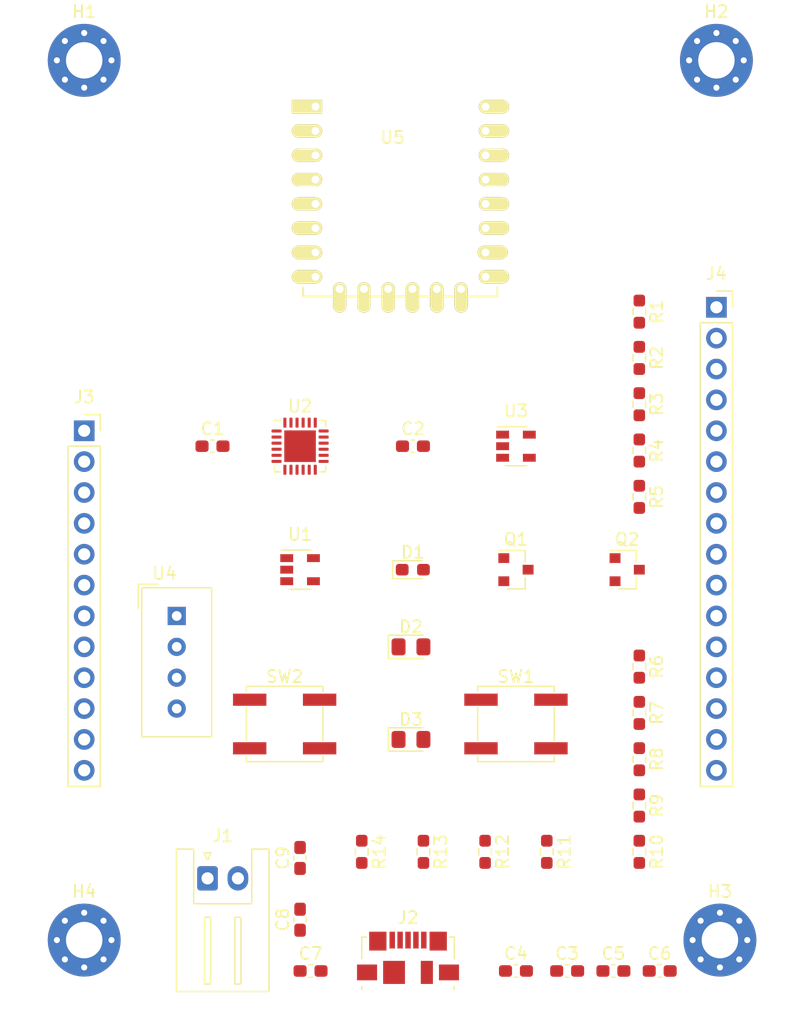
<source format=kicad_pcb>
(kicad_pcb (version 20171130) (host pcbnew "(5.1.7)-1")

  (general
    (thickness 1.6)
    (drawings 0)
    (tracks 0)
    (zones 0)
    (modules 43)
    (nets 61)
  )

  (page USLetter)
  (title_block
    (title "IoT ESP8266 board")
    (date 2020-11-17)
    (rev V1.0)
    (company "Universidad Sergio Arboleda")
    (comment 1 "Samir Casas Gómez")
  )

  (layers
    (0 F.Cu signal)
    (31 B.Cu signal)
    (32 B.Adhes user)
    (33 F.Adhes user)
    (34 B.Paste user)
    (35 F.Paste user)
    (36 B.SilkS user)
    (37 F.SilkS user)
    (38 B.Mask user)
    (39 F.Mask user)
    (40 Dwgs.User user)
    (41 Cmts.User user)
    (42 Eco1.User user)
    (43 Eco2.User user)
    (44 Edge.Cuts user)
    (45 Margin user)
    (46 B.CrtYd user)
    (47 F.CrtYd user)
    (48 B.Fab user)
    (49 F.Fab user)
  )

  (setup
    (last_trace_width 0.25)
    (trace_clearance 0.2)
    (zone_clearance 0.508)
    (zone_45_only no)
    (trace_min 0.2)
    (via_size 0.8)
    (via_drill 0.4)
    (via_min_size 0.4)
    (via_min_drill 0.3)
    (uvia_size 0.3)
    (uvia_drill 0.1)
    (uvias_allowed no)
    (uvia_min_size 0.2)
    (uvia_min_drill 0.1)
    (edge_width 0.05)
    (segment_width 0.2)
    (pcb_text_width 0.3)
    (pcb_text_size 1.5 1.5)
    (mod_edge_width 0.12)
    (mod_text_size 1 1)
    (mod_text_width 0.15)
    (pad_size 1.524 1.524)
    (pad_drill 0.762)
    (pad_to_mask_clearance 0)
    (aux_axis_origin 0 0)
    (visible_elements 7FFFF7FF)
    (pcbplotparams
      (layerselection 0x010fc_ffffffff)
      (usegerberextensions false)
      (usegerberattributes true)
      (usegerberadvancedattributes true)
      (creategerberjobfile true)
      (excludeedgelayer true)
      (linewidth 0.100000)
      (plotframeref false)
      (viasonmask false)
      (mode 1)
      (useauxorigin false)
      (hpglpennumber 1)
      (hpglpenspeed 20)
      (hpglpendiameter 15.000000)
      (psnegative false)
      (psa4output false)
      (plotreference true)
      (plotvalue true)
      (plotinvisibletext false)
      (padsonsilk false)
      (subtractmaskfromsilk false)
      (outputformat 1)
      (mirror false)
      (drillshape 1)
      (scaleselection 1)
      (outputdirectory ""))
  )

  (net 0 "")
  (net 1 "Net-(C1-Pad2)")
  (net 2 GND)
  (net 3 VBUS)
  (net 4 +3V3)
  (net 5 +BATT)
  (net 6 "Net-(D2-Pad1)")
  (net 7 "Net-(D3-Pad1)")
  (net 8 "Net-(J2-Pad2)")
  (net 9 "Net-(J2-Pad3)")
  (net 10 "Net-(J2-Pad4)")
  (net 11 "Net-(J2-Pad6)")
  (net 12 EN_R)
  (net 13 GPIO14_SCK)
  (net 14 GPIO12_MISO)
  (net 15 GPIO13_MOSI)
  (net 16 GPIO15)
  (net 17 GPIO0)
  (net 18 GPIO16)
  (net 19 GPIO2)
  (net 20 GPIO5_SCL)
  (net 21 GPIO4_SDA)
  (net 22 EN)
  (net 23 TXD)
  (net 24 RXD)
  (net 25 "Net-(J4-Pad7)")
  (net 26 "Net-(J4-Pad8)")
  (net 27 "Net-(J4-Pad9)")
  (net 28 "Net-(J4-Pad10)")
  (net 29 "Net-(J4-Pad11)")
  (net 30 ADC0)
  (net 31 "Net-(J4-Pad14)")
  (net 32 RST)
  (net 33 DTR)
  (net 34 "Net-(Q1-Pad1)")
  (net 35 "Net-(Q2-Pad1)")
  (net 36 RTS)
  (net 37 "Net-(R1-Pad2)")
  (net 38 "Net-(R5-Pad1)")
  (net 39 STAT)
  (net 40 "Net-(R9-Pad1)")
  (net 41 "Net-(U1-Pad4)")
  (net 42 "Net-(U2-Pad1)")
  (net 43 "Net-(U2-Pad10)")
  (net 44 "Net-(U2-Pad11)")
  (net 45 "Net-(U2-Pad12)")
  (net 46 "Net-(U2-Pad13)")
  (net 47 "Net-(U2-Pad14)")
  (net 48 "Net-(U2-Pad15)")
  (net 49 "Net-(U2-Pad16)")
  (net 50 "Net-(U2-Pad17)")
  (net 51 "Net-(U2-Pad18)")
  (net 52 "Net-(U2-Pad22)")
  (net 53 "Net-(U2-Pad24)")
  (net 54 "Net-(U4-Pad3)")
  (net 55 "Net-(U5-Pad17)")
  (net 56 "Net-(U5-Pad18)")
  (net 57 "Net-(U5-Pad19)")
  (net 58 "Net-(U5-Pad20)")
  (net 59 "Net-(U5-Pad21)")
  (net 60 "Net-(U5-Pad22)")

  (net_class Default "This is the default net class."
    (clearance 0.2)
    (trace_width 0.25)
    (via_dia 0.8)
    (via_drill 0.4)
    (uvia_dia 0.3)
    (uvia_drill 0.1)
    (add_net +3V3)
    (add_net +BATT)
    (add_net ADC0)
    (add_net DTR)
    (add_net EN)
    (add_net EN_R)
    (add_net GND)
    (add_net GPIO0)
    (add_net GPIO12_MISO)
    (add_net GPIO13_MOSI)
    (add_net GPIO14_SCK)
    (add_net GPIO15)
    (add_net GPIO16)
    (add_net GPIO2)
    (add_net GPIO4_SDA)
    (add_net GPIO5_SCL)
    (add_net "Net-(C1-Pad2)")
    (add_net "Net-(D2-Pad1)")
    (add_net "Net-(D3-Pad1)")
    (add_net "Net-(J2-Pad2)")
    (add_net "Net-(J2-Pad3)")
    (add_net "Net-(J2-Pad4)")
    (add_net "Net-(J2-Pad6)")
    (add_net "Net-(J4-Pad10)")
    (add_net "Net-(J4-Pad11)")
    (add_net "Net-(J4-Pad14)")
    (add_net "Net-(J4-Pad7)")
    (add_net "Net-(J4-Pad8)")
    (add_net "Net-(J4-Pad9)")
    (add_net "Net-(Q1-Pad1)")
    (add_net "Net-(Q2-Pad1)")
    (add_net "Net-(R1-Pad2)")
    (add_net "Net-(R5-Pad1)")
    (add_net "Net-(R9-Pad1)")
    (add_net "Net-(U1-Pad4)")
    (add_net "Net-(U2-Pad1)")
    (add_net "Net-(U2-Pad10)")
    (add_net "Net-(U2-Pad11)")
    (add_net "Net-(U2-Pad12)")
    (add_net "Net-(U2-Pad13)")
    (add_net "Net-(U2-Pad14)")
    (add_net "Net-(U2-Pad15)")
    (add_net "Net-(U2-Pad16)")
    (add_net "Net-(U2-Pad17)")
    (add_net "Net-(U2-Pad18)")
    (add_net "Net-(U2-Pad22)")
    (add_net "Net-(U2-Pad24)")
    (add_net "Net-(U4-Pad3)")
    (add_net "Net-(U5-Pad17)")
    (add_net "Net-(U5-Pad18)")
    (add_net "Net-(U5-Pad19)")
    (add_net "Net-(U5-Pad20)")
    (add_net "Net-(U5-Pad21)")
    (add_net "Net-(U5-Pad22)")
    (add_net RST)
    (add_net RTS)
    (add_net RXD)
    (add_net STAT)
    (add_net TXD)
    (add_net VBUS)
  )

  (module Capacitor_SMD:C_0603_1608Metric_Pad1.08x0.95mm_HandSolder (layer F.Cu) (tedit 5F68FEEF) (tstamp 5FB428E0)
    (at 119.7875 91.44)
    (descr "Capacitor SMD 0603 (1608 Metric), square (rectangular) end terminal, IPC_7351 nominal with elongated pad for handsoldering. (Body size source: IPC-SM-782 page 76, https://www.pcb-3d.com/wordpress/wp-content/uploads/ipc-sm-782a_amendment_1_and_2.pdf), generated with kicad-footprint-generator")
    (tags "capacitor handsolder")
    (path /5FB5AF98)
    (attr smd)
    (fp_text reference C1 (at 0 -1.43) (layer F.SilkS)
      (effects (font (size 1 1) (thickness 0.15)))
    )
    (fp_text value 1u (at 0 1.43) (layer F.Fab)
      (effects (font (size 1 1) (thickness 0.15)))
    )
    (fp_line (start 1.65 0.73) (end -1.65 0.73) (layer F.CrtYd) (width 0.05))
    (fp_line (start 1.65 -0.73) (end 1.65 0.73) (layer F.CrtYd) (width 0.05))
    (fp_line (start -1.65 -0.73) (end 1.65 -0.73) (layer F.CrtYd) (width 0.05))
    (fp_line (start -1.65 0.73) (end -1.65 -0.73) (layer F.CrtYd) (width 0.05))
    (fp_line (start -0.146267 0.51) (end 0.146267 0.51) (layer F.SilkS) (width 0.12))
    (fp_line (start -0.146267 -0.51) (end 0.146267 -0.51) (layer F.SilkS) (width 0.12))
    (fp_line (start 0.8 0.4) (end -0.8 0.4) (layer F.Fab) (width 0.1))
    (fp_line (start 0.8 -0.4) (end 0.8 0.4) (layer F.Fab) (width 0.1))
    (fp_line (start -0.8 -0.4) (end 0.8 -0.4) (layer F.Fab) (width 0.1))
    (fp_line (start -0.8 0.4) (end -0.8 -0.4) (layer F.Fab) (width 0.1))
    (fp_text user %R (at 0 0) (layer F.Fab)
      (effects (font (size 0.4 0.4) (thickness 0.06)))
    )
    (pad 2 smd roundrect (at 0.8625 0) (size 1.075 0.95) (layers F.Cu F.Paste F.Mask) (roundrect_rratio 0.25)
      (net 1 "Net-(C1-Pad2)"))
    (pad 1 smd roundrect (at -0.8625 0) (size 1.075 0.95) (layers F.Cu F.Paste F.Mask) (roundrect_rratio 0.25)
      (net 2 GND))
    (model ${KISYS3DMOD}/Capacitor_SMD.3dshapes/C_0603_1608Metric.wrl
      (at (xyz 0 0 0))
      (scale (xyz 1 1 1))
      (rotate (xyz 0 0 0))
    )
  )

  (module Capacitor_SMD:C_0603_1608Metric_Pad1.08x0.95mm_HandSolder (layer F.Cu) (tedit 5F68FEEF) (tstamp 5FB428F1)
    (at 136.2975 91.44)
    (descr "Capacitor SMD 0603 (1608 Metric), square (rectangular) end terminal, IPC_7351 nominal with elongated pad for handsoldering. (Body size source: IPC-SM-782 page 76, https://www.pcb-3d.com/wordpress/wp-content/uploads/ipc-sm-782a_amendment_1_and_2.pdf), generated with kicad-footprint-generator")
    (tags "capacitor handsolder")
    (path /5FBAF428)
    (attr smd)
    (fp_text reference C2 (at 0 -1.43) (layer F.SilkS)
      (effects (font (size 1 1) (thickness 0.15)))
    )
    (fp_text value 10u (at 0 1.43) (layer F.Fab)
      (effects (font (size 1 1) (thickness 0.15)))
    )
    (fp_line (start 1.65 0.73) (end -1.65 0.73) (layer F.CrtYd) (width 0.05))
    (fp_line (start 1.65 -0.73) (end 1.65 0.73) (layer F.CrtYd) (width 0.05))
    (fp_line (start -1.65 -0.73) (end 1.65 -0.73) (layer F.CrtYd) (width 0.05))
    (fp_line (start -1.65 0.73) (end -1.65 -0.73) (layer F.CrtYd) (width 0.05))
    (fp_line (start -0.146267 0.51) (end 0.146267 0.51) (layer F.SilkS) (width 0.12))
    (fp_line (start -0.146267 -0.51) (end 0.146267 -0.51) (layer F.SilkS) (width 0.12))
    (fp_line (start 0.8 0.4) (end -0.8 0.4) (layer F.Fab) (width 0.1))
    (fp_line (start 0.8 -0.4) (end 0.8 0.4) (layer F.Fab) (width 0.1))
    (fp_line (start -0.8 -0.4) (end 0.8 -0.4) (layer F.Fab) (width 0.1))
    (fp_line (start -0.8 0.4) (end -0.8 -0.4) (layer F.Fab) (width 0.1))
    (fp_text user %R (at 0 0) (layer F.Fab)
      (effects (font (size 0.4 0.4) (thickness 0.06)))
    )
    (pad 2 smd roundrect (at 0.8625 0) (size 1.075 0.95) (layers F.Cu F.Paste F.Mask) (roundrect_rratio 0.25)
      (net 2 GND))
    (pad 1 smd roundrect (at -0.8625 0) (size 1.075 0.95) (layers F.Cu F.Paste F.Mask) (roundrect_rratio 0.25)
      (net 3 VBUS))
    (model ${KISYS3DMOD}/Capacitor_SMD.3dshapes/C_0603_1608Metric.wrl
      (at (xyz 0 0 0))
      (scale (xyz 1 1 1))
      (rotate (xyz 0 0 0))
    )
  )

  (module Capacitor_SMD:C_0603_1608Metric_Pad1.08x0.95mm_HandSolder (layer F.Cu) (tedit 5F68FEEF) (tstamp 5FB42902)
    (at 148.9975 134.62)
    (descr "Capacitor SMD 0603 (1608 Metric), square (rectangular) end terminal, IPC_7351 nominal with elongated pad for handsoldering. (Body size source: IPC-SM-782 page 76, https://www.pcb-3d.com/wordpress/wp-content/uploads/ipc-sm-782a_amendment_1_and_2.pdf), generated with kicad-footprint-generator")
    (tags "capacitor handsolder")
    (path /5FBD8F92)
    (attr smd)
    (fp_text reference C3 (at 0 -1.43) (layer F.SilkS)
      (effects (font (size 1 1) (thickness 0.15)))
    )
    (fp_text value 1u (at 0 1.43) (layer F.Fab)
      (effects (font (size 1 1) (thickness 0.15)))
    )
    (fp_line (start -0.8 0.4) (end -0.8 -0.4) (layer F.Fab) (width 0.1))
    (fp_line (start -0.8 -0.4) (end 0.8 -0.4) (layer F.Fab) (width 0.1))
    (fp_line (start 0.8 -0.4) (end 0.8 0.4) (layer F.Fab) (width 0.1))
    (fp_line (start 0.8 0.4) (end -0.8 0.4) (layer F.Fab) (width 0.1))
    (fp_line (start -0.146267 -0.51) (end 0.146267 -0.51) (layer F.SilkS) (width 0.12))
    (fp_line (start -0.146267 0.51) (end 0.146267 0.51) (layer F.SilkS) (width 0.12))
    (fp_line (start -1.65 0.73) (end -1.65 -0.73) (layer F.CrtYd) (width 0.05))
    (fp_line (start -1.65 -0.73) (end 1.65 -0.73) (layer F.CrtYd) (width 0.05))
    (fp_line (start 1.65 -0.73) (end 1.65 0.73) (layer F.CrtYd) (width 0.05))
    (fp_line (start 1.65 0.73) (end -1.65 0.73) (layer F.CrtYd) (width 0.05))
    (fp_text user %R (at 0 0) (layer F.Fab)
      (effects (font (size 0.4 0.4) (thickness 0.06)))
    )
    (pad 1 smd roundrect (at -0.8625 0) (size 1.075 0.95) (layers F.Cu F.Paste F.Mask) (roundrect_rratio 0.25)
      (net 4 +3V3))
    (pad 2 smd roundrect (at 0.8625 0) (size 1.075 0.95) (layers F.Cu F.Paste F.Mask) (roundrect_rratio 0.25)
      (net 2 GND))
    (model ${KISYS3DMOD}/Capacitor_SMD.3dshapes/C_0603_1608Metric.wrl
      (at (xyz 0 0 0))
      (scale (xyz 1 1 1))
      (rotate (xyz 0 0 0))
    )
  )

  (module Capacitor_SMD:C_0603_1608Metric_Pad1.08x0.95mm_HandSolder (layer F.Cu) (tedit 5F68FEEF) (tstamp 5FB42913)
    (at 144.78 134.62)
    (descr "Capacitor SMD 0603 (1608 Metric), square (rectangular) end terminal, IPC_7351 nominal with elongated pad for handsoldering. (Body size source: IPC-SM-782 page 76, https://www.pcb-3d.com/wordpress/wp-content/uploads/ipc-sm-782a_amendment_1_and_2.pdf), generated with kicad-footprint-generator")
    (tags "capacitor handsolder")
    (path /5FBEA8D0)
    (attr smd)
    (fp_text reference C4 (at 0 -1.43) (layer F.SilkS)
      (effects (font (size 1 1) (thickness 0.15)))
    )
    (fp_text value 10u (at 0 1.43) (layer F.Fab)
      (effects (font (size 1 1) (thickness 0.15)))
    )
    (fp_line (start 1.65 0.73) (end -1.65 0.73) (layer F.CrtYd) (width 0.05))
    (fp_line (start 1.65 -0.73) (end 1.65 0.73) (layer F.CrtYd) (width 0.05))
    (fp_line (start -1.65 -0.73) (end 1.65 -0.73) (layer F.CrtYd) (width 0.05))
    (fp_line (start -1.65 0.73) (end -1.65 -0.73) (layer F.CrtYd) (width 0.05))
    (fp_line (start -0.146267 0.51) (end 0.146267 0.51) (layer F.SilkS) (width 0.12))
    (fp_line (start -0.146267 -0.51) (end 0.146267 -0.51) (layer F.SilkS) (width 0.12))
    (fp_line (start 0.8 0.4) (end -0.8 0.4) (layer F.Fab) (width 0.1))
    (fp_line (start 0.8 -0.4) (end 0.8 0.4) (layer F.Fab) (width 0.1))
    (fp_line (start -0.8 -0.4) (end 0.8 -0.4) (layer F.Fab) (width 0.1))
    (fp_line (start -0.8 0.4) (end -0.8 -0.4) (layer F.Fab) (width 0.1))
    (fp_text user %R (at 0 0) (layer F.Fab)
      (effects (font (size 0.4 0.4) (thickness 0.06)))
    )
    (pad 2 smd roundrect (at 0.8625 0) (size 1.075 0.95) (layers F.Cu F.Paste F.Mask) (roundrect_rratio 0.25)
      (net 2 GND))
    (pad 1 smd roundrect (at -0.8625 0) (size 1.075 0.95) (layers F.Cu F.Paste F.Mask) (roundrect_rratio 0.25)
      (net 4 +3V3))
    (model ${KISYS3DMOD}/Capacitor_SMD.3dshapes/C_0603_1608Metric.wrl
      (at (xyz 0 0 0))
      (scale (xyz 1 1 1))
      (rotate (xyz 0 0 0))
    )
  )

  (module Capacitor_SMD:C_0603_1608Metric_Pad1.08x0.95mm_HandSolder (layer F.Cu) (tedit 5F68FEEF) (tstamp 5FB42924)
    (at 152.8075 134.62)
    (descr "Capacitor SMD 0603 (1608 Metric), square (rectangular) end terminal, IPC_7351 nominal with elongated pad for handsoldering. (Body size source: IPC-SM-782 page 76, https://www.pcb-3d.com/wordpress/wp-content/uploads/ipc-sm-782a_amendment_1_and_2.pdf), generated with kicad-footprint-generator")
    (tags "capacitor handsolder")
    (path /6009A9D9)
    (attr smd)
    (fp_text reference C5 (at 0 -1.43) (layer F.SilkS)
      (effects (font (size 1 1) (thickness 0.15)))
    )
    (fp_text value 4.7u (at 0 1.43) (layer F.Fab)
      (effects (font (size 1 1) (thickness 0.15)))
    )
    (fp_line (start -0.8 0.4) (end -0.8 -0.4) (layer F.Fab) (width 0.1))
    (fp_line (start -0.8 -0.4) (end 0.8 -0.4) (layer F.Fab) (width 0.1))
    (fp_line (start 0.8 -0.4) (end 0.8 0.4) (layer F.Fab) (width 0.1))
    (fp_line (start 0.8 0.4) (end -0.8 0.4) (layer F.Fab) (width 0.1))
    (fp_line (start -0.146267 -0.51) (end 0.146267 -0.51) (layer F.SilkS) (width 0.12))
    (fp_line (start -0.146267 0.51) (end 0.146267 0.51) (layer F.SilkS) (width 0.12))
    (fp_line (start -1.65 0.73) (end -1.65 -0.73) (layer F.CrtYd) (width 0.05))
    (fp_line (start -1.65 -0.73) (end 1.65 -0.73) (layer F.CrtYd) (width 0.05))
    (fp_line (start 1.65 -0.73) (end 1.65 0.73) (layer F.CrtYd) (width 0.05))
    (fp_line (start 1.65 0.73) (end -1.65 0.73) (layer F.CrtYd) (width 0.05))
    (fp_text user %R (at 0 0) (layer F.Fab)
      (effects (font (size 0.4 0.4) (thickness 0.06)))
    )
    (pad 1 smd roundrect (at -0.8625 0) (size 1.075 0.95) (layers F.Cu F.Paste F.Mask) (roundrect_rratio 0.25)
      (net 5 +BATT))
    (pad 2 smd roundrect (at 0.8625 0) (size 1.075 0.95) (layers F.Cu F.Paste F.Mask) (roundrect_rratio 0.25)
      (net 2 GND))
    (model ${KISYS3DMOD}/Capacitor_SMD.3dshapes/C_0603_1608Metric.wrl
      (at (xyz 0 0 0))
      (scale (xyz 1 1 1))
      (rotate (xyz 0 0 0))
    )
  )

  (module Capacitor_SMD:C_0603_1608Metric_Pad1.08x0.95mm_HandSolder (layer F.Cu) (tedit 5F68FEEF) (tstamp 5FB42935)
    (at 156.6175 134.62)
    (descr "Capacitor SMD 0603 (1608 Metric), square (rectangular) end terminal, IPC_7351 nominal with elongated pad for handsoldering. (Body size source: IPC-SM-782 page 76, https://www.pcb-3d.com/wordpress/wp-content/uploads/ipc-sm-782a_amendment_1_and_2.pdf), generated with kicad-footprint-generator")
    (tags "capacitor handsolder")
    (path /6009BF18)
    (attr smd)
    (fp_text reference C6 (at 0 -1.43) (layer F.SilkS)
      (effects (font (size 1 1) (thickness 0.15)))
    )
    (fp_text value 10u (at 0 1.43) (layer F.Fab)
      (effects (font (size 1 1) (thickness 0.15)))
    )
    (fp_line (start 1.65 0.73) (end -1.65 0.73) (layer F.CrtYd) (width 0.05))
    (fp_line (start 1.65 -0.73) (end 1.65 0.73) (layer F.CrtYd) (width 0.05))
    (fp_line (start -1.65 -0.73) (end 1.65 -0.73) (layer F.CrtYd) (width 0.05))
    (fp_line (start -1.65 0.73) (end -1.65 -0.73) (layer F.CrtYd) (width 0.05))
    (fp_line (start -0.146267 0.51) (end 0.146267 0.51) (layer F.SilkS) (width 0.12))
    (fp_line (start -0.146267 -0.51) (end 0.146267 -0.51) (layer F.SilkS) (width 0.12))
    (fp_line (start 0.8 0.4) (end -0.8 0.4) (layer F.Fab) (width 0.1))
    (fp_line (start 0.8 -0.4) (end 0.8 0.4) (layer F.Fab) (width 0.1))
    (fp_line (start -0.8 -0.4) (end 0.8 -0.4) (layer F.Fab) (width 0.1))
    (fp_line (start -0.8 0.4) (end -0.8 -0.4) (layer F.Fab) (width 0.1))
    (fp_text user %R (at 0 0) (layer F.Fab)
      (effects (font (size 0.4 0.4) (thickness 0.06)))
    )
    (pad 2 smd roundrect (at 0.8625 0) (size 1.075 0.95) (layers F.Cu F.Paste F.Mask) (roundrect_rratio 0.25)
      (net 2 GND))
    (pad 1 smd roundrect (at -0.8625 0) (size 1.075 0.95) (layers F.Cu F.Paste F.Mask) (roundrect_rratio 0.25)
      (net 5 +BATT))
    (model ${KISYS3DMOD}/Capacitor_SMD.3dshapes/C_0603_1608Metric.wrl
      (at (xyz 0 0 0))
      (scale (xyz 1 1 1))
      (rotate (xyz 0 0 0))
    )
  )

  (module Capacitor_SMD:C_0603_1608Metric_Pad1.08x0.95mm_HandSolder (layer F.Cu) (tedit 5F68FEEF) (tstamp 5FB42946)
    (at 127.8625 134.62)
    (descr "Capacitor SMD 0603 (1608 Metric), square (rectangular) end terminal, IPC_7351 nominal with elongated pad for handsoldering. (Body size source: IPC-SM-782 page 76, https://www.pcb-3d.com/wordpress/wp-content/uploads/ipc-sm-782a_amendment_1_and_2.pdf), generated with kicad-footprint-generator")
    (tags "capacitor handsolder")
    (path /5FCF55AC)
    (attr smd)
    (fp_text reference C7 (at 0 -1.43) (layer F.SilkS)
      (effects (font (size 1 1) (thickness 0.15)))
    )
    (fp_text value 100n (at 0 1.43) (layer F.Fab)
      (effects (font (size 1 1) (thickness 0.15)))
    )
    (fp_line (start -0.8 0.4) (end -0.8 -0.4) (layer F.Fab) (width 0.1))
    (fp_line (start -0.8 -0.4) (end 0.8 -0.4) (layer F.Fab) (width 0.1))
    (fp_line (start 0.8 -0.4) (end 0.8 0.4) (layer F.Fab) (width 0.1))
    (fp_line (start 0.8 0.4) (end -0.8 0.4) (layer F.Fab) (width 0.1))
    (fp_line (start -0.146267 -0.51) (end 0.146267 -0.51) (layer F.SilkS) (width 0.12))
    (fp_line (start -0.146267 0.51) (end 0.146267 0.51) (layer F.SilkS) (width 0.12))
    (fp_line (start -1.65 0.73) (end -1.65 -0.73) (layer F.CrtYd) (width 0.05))
    (fp_line (start -1.65 -0.73) (end 1.65 -0.73) (layer F.CrtYd) (width 0.05))
    (fp_line (start 1.65 -0.73) (end 1.65 0.73) (layer F.CrtYd) (width 0.05))
    (fp_line (start 1.65 0.73) (end -1.65 0.73) (layer F.CrtYd) (width 0.05))
    (fp_text user %R (at 0 0) (layer F.Fab)
      (effects (font (size 0.4 0.4) (thickness 0.06)))
    )
    (pad 1 smd roundrect (at -0.8625 0) (size 1.075 0.95) (layers F.Cu F.Paste F.Mask) (roundrect_rratio 0.25)
      (net 4 +3V3))
    (pad 2 smd roundrect (at 0.8625 0) (size 1.075 0.95) (layers F.Cu F.Paste F.Mask) (roundrect_rratio 0.25)
      (net 2 GND))
    (model ${KISYS3DMOD}/Capacitor_SMD.3dshapes/C_0603_1608Metric.wrl
      (at (xyz 0 0 0))
      (scale (xyz 1 1 1))
      (rotate (xyz 0 0 0))
    )
  )

  (module Capacitor_SMD:C_0603_1608Metric_Pad1.08x0.95mm_HandSolder (layer F.Cu) (tedit 5F68FEEF) (tstamp 5FB42957)
    (at 127 130.4025 90)
    (descr "Capacitor SMD 0603 (1608 Metric), square (rectangular) end terminal, IPC_7351 nominal with elongated pad for handsoldering. (Body size source: IPC-SM-782 page 76, https://www.pcb-3d.com/wordpress/wp-content/uploads/ipc-sm-782a_amendment_1_and_2.pdf), generated with kicad-footprint-generator")
    (tags "capacitor handsolder")
    (path /600A5E82)
    (attr smd)
    (fp_text reference C8 (at 0 -1.43 90) (layer F.SilkS)
      (effects (font (size 1 1) (thickness 0.15)))
    )
    (fp_text value 10u (at 0 1.43 90) (layer F.Fab)
      (effects (font (size 1 1) (thickness 0.15)))
    )
    (fp_line (start -0.8 0.4) (end -0.8 -0.4) (layer F.Fab) (width 0.1))
    (fp_line (start -0.8 -0.4) (end 0.8 -0.4) (layer F.Fab) (width 0.1))
    (fp_line (start 0.8 -0.4) (end 0.8 0.4) (layer F.Fab) (width 0.1))
    (fp_line (start 0.8 0.4) (end -0.8 0.4) (layer F.Fab) (width 0.1))
    (fp_line (start -0.146267 -0.51) (end 0.146267 -0.51) (layer F.SilkS) (width 0.12))
    (fp_line (start -0.146267 0.51) (end 0.146267 0.51) (layer F.SilkS) (width 0.12))
    (fp_line (start -1.65 0.73) (end -1.65 -0.73) (layer F.CrtYd) (width 0.05))
    (fp_line (start -1.65 -0.73) (end 1.65 -0.73) (layer F.CrtYd) (width 0.05))
    (fp_line (start 1.65 -0.73) (end 1.65 0.73) (layer F.CrtYd) (width 0.05))
    (fp_line (start 1.65 0.73) (end -1.65 0.73) (layer F.CrtYd) (width 0.05))
    (fp_text user %R (at 0 0 90) (layer F.Fab)
      (effects (font (size 0.4 0.4) (thickness 0.06)))
    )
    (pad 1 smd roundrect (at -0.8625 0 90) (size 1.075 0.95) (layers F.Cu F.Paste F.Mask) (roundrect_rratio 0.25)
      (net 4 +3V3))
    (pad 2 smd roundrect (at 0.8625 0 90) (size 1.075 0.95) (layers F.Cu F.Paste F.Mask) (roundrect_rratio 0.25)
      (net 2 GND))
    (model ${KISYS3DMOD}/Capacitor_SMD.3dshapes/C_0603_1608Metric.wrl
      (at (xyz 0 0 0))
      (scale (xyz 1 1 1))
      (rotate (xyz 0 0 0))
    )
  )

  (module Capacitor_SMD:C_0603_1608Metric_Pad1.08x0.95mm_HandSolder (layer F.Cu) (tedit 5F68FEEF) (tstamp 5FB42968)
    (at 127 125.3225 90)
    (descr "Capacitor SMD 0603 (1608 Metric), square (rectangular) end terminal, IPC_7351 nominal with elongated pad for handsoldering. (Body size source: IPC-SM-782 page 76, https://www.pcb-3d.com/wordpress/wp-content/uploads/ipc-sm-782a_amendment_1_and_2.pdf), generated with kicad-footprint-generator")
    (tags "capacitor handsolder")
    (path /5FB33D3A)
    (attr smd)
    (fp_text reference C9 (at 0 -1.43 90) (layer F.SilkS)
      (effects (font (size 1 1) (thickness 0.15)))
    )
    (fp_text value 100n (at 0 1.43 90) (layer F.Fab)
      (effects (font (size 1 1) (thickness 0.15)))
    )
    (fp_line (start -0.8 0.4) (end -0.8 -0.4) (layer F.Fab) (width 0.1))
    (fp_line (start -0.8 -0.4) (end 0.8 -0.4) (layer F.Fab) (width 0.1))
    (fp_line (start 0.8 -0.4) (end 0.8 0.4) (layer F.Fab) (width 0.1))
    (fp_line (start 0.8 0.4) (end -0.8 0.4) (layer F.Fab) (width 0.1))
    (fp_line (start -0.146267 -0.51) (end 0.146267 -0.51) (layer F.SilkS) (width 0.12))
    (fp_line (start -0.146267 0.51) (end 0.146267 0.51) (layer F.SilkS) (width 0.12))
    (fp_line (start -1.65 0.73) (end -1.65 -0.73) (layer F.CrtYd) (width 0.05))
    (fp_line (start -1.65 -0.73) (end 1.65 -0.73) (layer F.CrtYd) (width 0.05))
    (fp_line (start 1.65 -0.73) (end 1.65 0.73) (layer F.CrtYd) (width 0.05))
    (fp_line (start 1.65 0.73) (end -1.65 0.73) (layer F.CrtYd) (width 0.05))
    (fp_text user %R (at 0 0 90) (layer F.Fab)
      (effects (font (size 0.4 0.4) (thickness 0.06)))
    )
    (pad 1 smd roundrect (at -0.8625 0 90) (size 1.075 0.95) (layers F.Cu F.Paste F.Mask) (roundrect_rratio 0.25)
      (net 4 +3V3))
    (pad 2 smd roundrect (at 0.8625 0 90) (size 1.075 0.95) (layers F.Cu F.Paste F.Mask) (roundrect_rratio 0.25)
      (net 2 GND))
    (model ${KISYS3DMOD}/Capacitor_SMD.3dshapes/C_0603_1608Metric.wrl
      (at (xyz 0 0 0))
      (scale (xyz 1 1 1))
      (rotate (xyz 0 0 0))
    )
  )

  (module Diode_SMD:D_0603_1608Metric_Pad1.05x0.95mm_HandSolder (layer F.Cu) (tedit 5F68FEF0) (tstamp 5FB4297B)
    (at 136.285 101.6)
    (descr "Diode SMD 0603 (1608 Metric), square (rectangular) end terminal, IPC_7351 nominal, (Body size source: http://www.tortai-tech.com/upload/download/2011102023233369053.pdf), generated with kicad-footprint-generator")
    (tags "diode handsolder")
    (path /5FC0451E)
    (attr smd)
    (fp_text reference D1 (at 0 -1.43) (layer F.SilkS)
      (effects (font (size 1 1) (thickness 0.15)))
    )
    (fp_text value D_Schottky (at 0 1.43) (layer F.Fab)
      (effects (font (size 1 1) (thickness 0.15)))
    )
    (fp_line (start 0.8 -0.4) (end -0.5 -0.4) (layer F.Fab) (width 0.1))
    (fp_line (start -0.5 -0.4) (end -0.8 -0.1) (layer F.Fab) (width 0.1))
    (fp_line (start -0.8 -0.1) (end -0.8 0.4) (layer F.Fab) (width 0.1))
    (fp_line (start -0.8 0.4) (end 0.8 0.4) (layer F.Fab) (width 0.1))
    (fp_line (start 0.8 0.4) (end 0.8 -0.4) (layer F.Fab) (width 0.1))
    (fp_line (start 0.8 -0.735) (end -1.66 -0.735) (layer F.SilkS) (width 0.12))
    (fp_line (start -1.66 -0.735) (end -1.66 0.735) (layer F.SilkS) (width 0.12))
    (fp_line (start -1.66 0.735) (end 0.8 0.735) (layer F.SilkS) (width 0.12))
    (fp_line (start -1.65 0.73) (end -1.65 -0.73) (layer F.CrtYd) (width 0.05))
    (fp_line (start -1.65 -0.73) (end 1.65 -0.73) (layer F.CrtYd) (width 0.05))
    (fp_line (start 1.65 -0.73) (end 1.65 0.73) (layer F.CrtYd) (width 0.05))
    (fp_line (start 1.65 0.73) (end -1.65 0.73) (layer F.CrtYd) (width 0.05))
    (fp_text user %R (at 0 0) (layer F.Fab)
      (effects (font (size 0.4 0.4) (thickness 0.06)))
    )
    (pad 1 smd roundrect (at -0.875 0) (size 1.05 0.95) (layers F.Cu F.Paste F.Mask) (roundrect_rratio 0.25)
      (net 3 VBUS))
    (pad 2 smd roundrect (at 0.875 0) (size 1.05 0.95) (layers F.Cu F.Paste F.Mask) (roundrect_rratio 0.25)
      (net 5 +BATT))
    (model ${KISYS3DMOD}/Diode_SMD.3dshapes/D_0603_1608Metric.wrl
      (at (xyz 0 0 0))
      (scale (xyz 1 1 1))
      (rotate (xyz 0 0 0))
    )
  )

  (module LED_SMD:LED_0805_2012Metric_Pad1.15x1.40mm_HandSolder (layer F.Cu) (tedit 5F68FEF1) (tstamp 5FB4298E)
    (at 136.135 107.95)
    (descr "LED SMD 0805 (2012 Metric), square (rectangular) end terminal, IPC_7351 nominal, (Body size source: https://docs.google.com/spreadsheets/d/1BsfQQcO9C6DZCsRaXUlFlo91Tg2WpOkGARC1WS5S8t0/edit?usp=sharing), generated with kicad-footprint-generator")
    (tags "LED handsolder")
    (path /5FC67A13)
    (attr smd)
    (fp_text reference D2 (at 0 -1.65) (layer F.SilkS)
      (effects (font (size 1 1) (thickness 0.15)))
    )
    (fp_text value LED (at 0 1.65) (layer F.Fab)
      (effects (font (size 1 1) (thickness 0.15)))
    )
    (fp_line (start 1 -0.6) (end -0.7 -0.6) (layer F.Fab) (width 0.1))
    (fp_line (start -0.7 -0.6) (end -1 -0.3) (layer F.Fab) (width 0.1))
    (fp_line (start -1 -0.3) (end -1 0.6) (layer F.Fab) (width 0.1))
    (fp_line (start -1 0.6) (end 1 0.6) (layer F.Fab) (width 0.1))
    (fp_line (start 1 0.6) (end 1 -0.6) (layer F.Fab) (width 0.1))
    (fp_line (start 1 -0.96) (end -1.86 -0.96) (layer F.SilkS) (width 0.12))
    (fp_line (start -1.86 -0.96) (end -1.86 0.96) (layer F.SilkS) (width 0.12))
    (fp_line (start -1.86 0.96) (end 1 0.96) (layer F.SilkS) (width 0.12))
    (fp_line (start -1.85 0.95) (end -1.85 -0.95) (layer F.CrtYd) (width 0.05))
    (fp_line (start -1.85 -0.95) (end 1.85 -0.95) (layer F.CrtYd) (width 0.05))
    (fp_line (start 1.85 -0.95) (end 1.85 0.95) (layer F.CrtYd) (width 0.05))
    (fp_line (start 1.85 0.95) (end -1.85 0.95) (layer F.CrtYd) (width 0.05))
    (fp_text user %R (at 0 0) (layer F.Fab)
      (effects (font (size 0.5 0.5) (thickness 0.08)))
    )
    (pad 1 smd roundrect (at -1.025 0) (size 1.15 1.4) (layers F.Cu F.Paste F.Mask) (roundrect_rratio 0.217391)
      (net 6 "Net-(D2-Pad1)"))
    (pad 2 smd roundrect (at 1.025 0) (size 1.15 1.4) (layers F.Cu F.Paste F.Mask) (roundrect_rratio 0.217391)
      (net 3 VBUS))
    (model ${KISYS3DMOD}/LED_SMD.3dshapes/LED_0805_2012Metric.wrl
      (at (xyz 0 0 0))
      (scale (xyz 1 1 1))
      (rotate (xyz 0 0 0))
    )
  )

  (module LED_SMD:LED_0805_2012Metric_Pad1.15x1.40mm_HandSolder (layer F.Cu) (tedit 5F68FEF1) (tstamp 5FB429A1)
    (at 136.135 115.57)
    (descr "LED SMD 0805 (2012 Metric), square (rectangular) end terminal, IPC_7351 nominal, (Body size source: https://docs.google.com/spreadsheets/d/1BsfQQcO9C6DZCsRaXUlFlo91Tg2WpOkGARC1WS5S8t0/edit?usp=sharing), generated with kicad-footprint-generator")
    (tags "LED handsolder")
    (path /5FB9523C)
    (attr smd)
    (fp_text reference D3 (at 0 -1.65) (layer F.SilkS)
      (effects (font (size 1 1) (thickness 0.15)))
    )
    (fp_text value LED (at 0 1.65) (layer F.Fab)
      (effects (font (size 1 1) (thickness 0.15)))
    )
    (fp_line (start 1.85 0.95) (end -1.85 0.95) (layer F.CrtYd) (width 0.05))
    (fp_line (start 1.85 -0.95) (end 1.85 0.95) (layer F.CrtYd) (width 0.05))
    (fp_line (start -1.85 -0.95) (end 1.85 -0.95) (layer F.CrtYd) (width 0.05))
    (fp_line (start -1.85 0.95) (end -1.85 -0.95) (layer F.CrtYd) (width 0.05))
    (fp_line (start -1.86 0.96) (end 1 0.96) (layer F.SilkS) (width 0.12))
    (fp_line (start -1.86 -0.96) (end -1.86 0.96) (layer F.SilkS) (width 0.12))
    (fp_line (start 1 -0.96) (end -1.86 -0.96) (layer F.SilkS) (width 0.12))
    (fp_line (start 1 0.6) (end 1 -0.6) (layer F.Fab) (width 0.1))
    (fp_line (start -1 0.6) (end 1 0.6) (layer F.Fab) (width 0.1))
    (fp_line (start -1 -0.3) (end -1 0.6) (layer F.Fab) (width 0.1))
    (fp_line (start -0.7 -0.6) (end -1 -0.3) (layer F.Fab) (width 0.1))
    (fp_line (start 1 -0.6) (end -0.7 -0.6) (layer F.Fab) (width 0.1))
    (fp_text user %R (at 0 0) (layer F.Fab)
      (effects (font (size 0.5 0.5) (thickness 0.08)))
    )
    (pad 2 smd roundrect (at 1.025 0) (size 1.15 1.4) (layers F.Cu F.Paste F.Mask) (roundrect_rratio 0.217391)
      (net 4 +3V3))
    (pad 1 smd roundrect (at -1.025 0) (size 1.15 1.4) (layers F.Cu F.Paste F.Mask) (roundrect_rratio 0.217391)
      (net 7 "Net-(D3-Pad1)"))
    (model ${KISYS3DMOD}/LED_SMD.3dshapes/LED_0805_2012Metric.wrl
      (at (xyz 0 0 0))
      (scale (xyz 1 1 1))
      (rotate (xyz 0 0 0))
    )
  )

  (module MountingHole:MountingHole_3mm_Pad_Via (layer F.Cu) (tedit 56DDBED4) (tstamp 5FB429B1)
    (at 109.22 59.69)
    (descr "Mounting Hole 3mm")
    (tags "mounting hole 3mm")
    (path /5FFE093A)
    (attr virtual)
    (fp_text reference H1 (at 0 -4) (layer F.SilkS)
      (effects (font (size 1 1) (thickness 0.15)))
    )
    (fp_text value MountingHole_Pad (at 0 4) (layer F.Fab)
      (effects (font (size 1 1) (thickness 0.15)))
    )
    (fp_circle (center 0 0) (end 3.25 0) (layer F.CrtYd) (width 0.05))
    (fp_circle (center 0 0) (end 3 0) (layer Cmts.User) (width 0.15))
    (fp_text user %R (at 0.3 0) (layer F.Fab)
      (effects (font (size 1 1) (thickness 0.15)))
    )
    (pad 1 thru_hole circle (at 1.59099 -1.59099) (size 0.8 0.8) (drill 0.5) (layers *.Cu *.Mask)
      (net 2 GND))
    (pad 1 thru_hole circle (at 0 -2.25) (size 0.8 0.8) (drill 0.5) (layers *.Cu *.Mask)
      (net 2 GND))
    (pad 1 thru_hole circle (at -1.59099 -1.59099) (size 0.8 0.8) (drill 0.5) (layers *.Cu *.Mask)
      (net 2 GND))
    (pad 1 thru_hole circle (at -2.25 0) (size 0.8 0.8) (drill 0.5) (layers *.Cu *.Mask)
      (net 2 GND))
    (pad 1 thru_hole circle (at -1.59099 1.59099) (size 0.8 0.8) (drill 0.5) (layers *.Cu *.Mask)
      (net 2 GND))
    (pad 1 thru_hole circle (at 0 2.25) (size 0.8 0.8) (drill 0.5) (layers *.Cu *.Mask)
      (net 2 GND))
    (pad 1 thru_hole circle (at 1.59099 1.59099) (size 0.8 0.8) (drill 0.5) (layers *.Cu *.Mask)
      (net 2 GND))
    (pad 1 thru_hole circle (at 2.25 0) (size 0.8 0.8) (drill 0.5) (layers *.Cu *.Mask)
      (net 2 GND))
    (pad 1 thru_hole circle (at 0 0) (size 6 6) (drill 3) (layers *.Cu *.Mask)
      (net 2 GND))
  )

  (module MountingHole:MountingHole_3mm_Pad_Via (layer F.Cu) (tedit 56DDBED4) (tstamp 5FB429C1)
    (at 161.29 59.69)
    (descr "Mounting Hole 3mm")
    (tags "mounting hole 3mm")
    (path /5FFE113A)
    (attr virtual)
    (fp_text reference H2 (at 0 -4) (layer F.SilkS)
      (effects (font (size 1 1) (thickness 0.15)))
    )
    (fp_text value MountingHole_Pad (at 0 4) (layer F.Fab)
      (effects (font (size 1 1) (thickness 0.15)))
    )
    (fp_circle (center 0 0) (end 3 0) (layer Cmts.User) (width 0.15))
    (fp_circle (center 0 0) (end 3.25 0) (layer F.CrtYd) (width 0.05))
    (fp_text user %R (at 0.3 0) (layer F.Fab)
      (effects (font (size 1 1) (thickness 0.15)))
    )
    (pad 1 thru_hole circle (at 0 0) (size 6 6) (drill 3) (layers *.Cu *.Mask)
      (net 2 GND))
    (pad 1 thru_hole circle (at 2.25 0) (size 0.8 0.8) (drill 0.5) (layers *.Cu *.Mask)
      (net 2 GND))
    (pad 1 thru_hole circle (at 1.59099 1.59099) (size 0.8 0.8) (drill 0.5) (layers *.Cu *.Mask)
      (net 2 GND))
    (pad 1 thru_hole circle (at 0 2.25) (size 0.8 0.8) (drill 0.5) (layers *.Cu *.Mask)
      (net 2 GND))
    (pad 1 thru_hole circle (at -1.59099 1.59099) (size 0.8 0.8) (drill 0.5) (layers *.Cu *.Mask)
      (net 2 GND))
    (pad 1 thru_hole circle (at -2.25 0) (size 0.8 0.8) (drill 0.5) (layers *.Cu *.Mask)
      (net 2 GND))
    (pad 1 thru_hole circle (at -1.59099 -1.59099) (size 0.8 0.8) (drill 0.5) (layers *.Cu *.Mask)
      (net 2 GND))
    (pad 1 thru_hole circle (at 0 -2.25) (size 0.8 0.8) (drill 0.5) (layers *.Cu *.Mask)
      (net 2 GND))
    (pad 1 thru_hole circle (at 1.59099 -1.59099) (size 0.8 0.8) (drill 0.5) (layers *.Cu *.Mask)
      (net 2 GND))
  )

  (module MountingHole:MountingHole_3mm_Pad_Via (layer F.Cu) (tedit 56DDBED4) (tstamp 5FB429D1)
    (at 161.58 132.08)
    (descr "Mounting Hole 3mm")
    (tags "mounting hole 3mm")
    (path /5FFE1812)
    (attr virtual)
    (fp_text reference H3 (at 0 -4) (layer F.SilkS)
      (effects (font (size 1 1) (thickness 0.15)))
    )
    (fp_text value MountingHole_Pad (at 0 4) (layer F.Fab)
      (effects (font (size 1 1) (thickness 0.15)))
    )
    (fp_circle (center 0 0) (end 3.25 0) (layer F.CrtYd) (width 0.05))
    (fp_circle (center 0 0) (end 3 0) (layer Cmts.User) (width 0.15))
    (fp_text user %R (at 0.3 0) (layer F.Fab)
      (effects (font (size 1 1) (thickness 0.15)))
    )
    (pad 1 thru_hole circle (at 1.59099 -1.59099) (size 0.8 0.8) (drill 0.5) (layers *.Cu *.Mask)
      (net 2 GND))
    (pad 1 thru_hole circle (at 0 -2.25) (size 0.8 0.8) (drill 0.5) (layers *.Cu *.Mask)
      (net 2 GND))
    (pad 1 thru_hole circle (at -1.59099 -1.59099) (size 0.8 0.8) (drill 0.5) (layers *.Cu *.Mask)
      (net 2 GND))
    (pad 1 thru_hole circle (at -2.25 0) (size 0.8 0.8) (drill 0.5) (layers *.Cu *.Mask)
      (net 2 GND))
    (pad 1 thru_hole circle (at -1.59099 1.59099) (size 0.8 0.8) (drill 0.5) (layers *.Cu *.Mask)
      (net 2 GND))
    (pad 1 thru_hole circle (at 0 2.25) (size 0.8 0.8) (drill 0.5) (layers *.Cu *.Mask)
      (net 2 GND))
    (pad 1 thru_hole circle (at 1.59099 1.59099) (size 0.8 0.8) (drill 0.5) (layers *.Cu *.Mask)
      (net 2 GND))
    (pad 1 thru_hole circle (at 2.25 0) (size 0.8 0.8) (drill 0.5) (layers *.Cu *.Mask)
      (net 2 GND))
    (pad 1 thru_hole circle (at 0 0) (size 6 6) (drill 3) (layers *.Cu *.Mask)
      (net 2 GND))
  )

  (module MountingHole:MountingHole_3mm_Pad_Via (layer F.Cu) (tedit 56DDBED4) (tstamp 5FB429E1)
    (at 109.22 132.08)
    (descr "Mounting Hole 3mm")
    (tags "mounting hole 3mm")
    (path /5FFE1FE1)
    (attr virtual)
    (fp_text reference H4 (at 0 -4) (layer F.SilkS)
      (effects (font (size 1 1) (thickness 0.15)))
    )
    (fp_text value MountingHole_Pad (at 0 4) (layer F.Fab)
      (effects (font (size 1 1) (thickness 0.15)))
    )
    (fp_circle (center 0 0) (end 3 0) (layer Cmts.User) (width 0.15))
    (fp_circle (center 0 0) (end 3.25 0) (layer F.CrtYd) (width 0.05))
    (fp_text user %R (at 0.3 0) (layer F.Fab)
      (effects (font (size 1 1) (thickness 0.15)))
    )
    (pad 1 thru_hole circle (at 0 0) (size 6 6) (drill 3) (layers *.Cu *.Mask)
      (net 2 GND))
    (pad 1 thru_hole circle (at 2.25 0) (size 0.8 0.8) (drill 0.5) (layers *.Cu *.Mask)
      (net 2 GND))
    (pad 1 thru_hole circle (at 1.59099 1.59099) (size 0.8 0.8) (drill 0.5) (layers *.Cu *.Mask)
      (net 2 GND))
    (pad 1 thru_hole circle (at 0 2.25) (size 0.8 0.8) (drill 0.5) (layers *.Cu *.Mask)
      (net 2 GND))
    (pad 1 thru_hole circle (at -1.59099 1.59099) (size 0.8 0.8) (drill 0.5) (layers *.Cu *.Mask)
      (net 2 GND))
    (pad 1 thru_hole circle (at -2.25 0) (size 0.8 0.8) (drill 0.5) (layers *.Cu *.Mask)
      (net 2 GND))
    (pad 1 thru_hole circle (at -1.59099 -1.59099) (size 0.8 0.8) (drill 0.5) (layers *.Cu *.Mask)
      (net 2 GND))
    (pad 1 thru_hole circle (at 0 -2.25) (size 0.8 0.8) (drill 0.5) (layers *.Cu *.Mask)
      (net 2 GND))
    (pad 1 thru_hole circle (at 1.59099 -1.59099) (size 0.8 0.8) (drill 0.5) (layers *.Cu *.Mask)
      (net 2 GND))
  )

  (module Connector_JST:JST_XH_S2B-XH-A_1x02_P2.50mm_Horizontal (layer F.Cu) (tedit 5C281475) (tstamp 5FB42A0D)
    (at 119.38 127)
    (descr "JST XH series connector, S2B-XH-A (http://www.jst-mfg.com/product/pdf/eng/eXH.pdf), generated with kicad-footprint-generator")
    (tags "connector JST XH horizontal")
    (path /5FC1CEF5)
    (fp_text reference J1 (at 1.25 -3.5) (layer F.SilkS)
      (effects (font (size 1 1) (thickness 0.15)))
    )
    (fp_text value Conn_01x02 (at 1.25 10.4) (layer F.Fab)
      (effects (font (size 1 1) (thickness 0.15)))
    )
    (fp_line (start -2.95 -2.8) (end -2.95 9.7) (layer F.CrtYd) (width 0.05))
    (fp_line (start -2.95 9.7) (end 5.45 9.7) (layer F.CrtYd) (width 0.05))
    (fp_line (start 5.45 9.7) (end 5.45 -2.8) (layer F.CrtYd) (width 0.05))
    (fp_line (start 5.45 -2.8) (end -2.95 -2.8) (layer F.CrtYd) (width 0.05))
    (fp_line (start 1.25 9.31) (end -2.56 9.31) (layer F.SilkS) (width 0.12))
    (fp_line (start -2.56 9.31) (end -2.56 -2.41) (layer F.SilkS) (width 0.12))
    (fp_line (start -2.56 -2.41) (end -1.14 -2.41) (layer F.SilkS) (width 0.12))
    (fp_line (start -1.14 -2.41) (end -1.14 2.09) (layer F.SilkS) (width 0.12))
    (fp_line (start -1.14 2.09) (end 1.25 2.09) (layer F.SilkS) (width 0.12))
    (fp_line (start 1.25 9.31) (end 5.06 9.31) (layer F.SilkS) (width 0.12))
    (fp_line (start 5.06 9.31) (end 5.06 -2.41) (layer F.SilkS) (width 0.12))
    (fp_line (start 5.06 -2.41) (end 3.64 -2.41) (layer F.SilkS) (width 0.12))
    (fp_line (start 3.64 -2.41) (end 3.64 2.09) (layer F.SilkS) (width 0.12))
    (fp_line (start 3.64 2.09) (end 1.25 2.09) (layer F.SilkS) (width 0.12))
    (fp_line (start 1.25 9.2) (end -2.45 9.2) (layer F.Fab) (width 0.1))
    (fp_line (start -2.45 9.2) (end -2.45 -2.3) (layer F.Fab) (width 0.1))
    (fp_line (start -2.45 -2.3) (end -1.25 -2.3) (layer F.Fab) (width 0.1))
    (fp_line (start -1.25 -2.3) (end -1.25 2.2) (layer F.Fab) (width 0.1))
    (fp_line (start -1.25 2.2) (end 1.25 2.2) (layer F.Fab) (width 0.1))
    (fp_line (start 1.25 9.2) (end 4.95 9.2) (layer F.Fab) (width 0.1))
    (fp_line (start 4.95 9.2) (end 4.95 -2.3) (layer F.Fab) (width 0.1))
    (fp_line (start 4.95 -2.3) (end 3.75 -2.3) (layer F.Fab) (width 0.1))
    (fp_line (start 3.75 -2.3) (end 3.75 2.2) (layer F.Fab) (width 0.1))
    (fp_line (start 3.75 2.2) (end 1.25 2.2) (layer F.Fab) (width 0.1))
    (fp_line (start -0.25 3.2) (end -0.25 8.7) (layer F.SilkS) (width 0.12))
    (fp_line (start -0.25 8.7) (end 0.25 8.7) (layer F.SilkS) (width 0.12))
    (fp_line (start 0.25 8.7) (end 0.25 3.2) (layer F.SilkS) (width 0.12))
    (fp_line (start 0.25 3.2) (end -0.25 3.2) (layer F.SilkS) (width 0.12))
    (fp_line (start 2.25 3.2) (end 2.25 8.7) (layer F.SilkS) (width 0.12))
    (fp_line (start 2.25 8.7) (end 2.75 8.7) (layer F.SilkS) (width 0.12))
    (fp_line (start 2.75 8.7) (end 2.75 3.2) (layer F.SilkS) (width 0.12))
    (fp_line (start 2.75 3.2) (end 2.25 3.2) (layer F.SilkS) (width 0.12))
    (fp_line (start 0 -1.5) (end -0.3 -2.1) (layer F.SilkS) (width 0.12))
    (fp_line (start -0.3 -2.1) (end 0.3 -2.1) (layer F.SilkS) (width 0.12))
    (fp_line (start 0.3 -2.1) (end 0 -1.5) (layer F.SilkS) (width 0.12))
    (fp_line (start -0.625 2.2) (end 0 1.2) (layer F.Fab) (width 0.1))
    (fp_line (start 0 1.2) (end 0.625 2.2) (layer F.Fab) (width 0.1))
    (fp_text user %R (at 1.25 3.45) (layer F.Fab)
      (effects (font (size 1 1) (thickness 0.15)))
    )
    (pad 1 thru_hole roundrect (at 0 0) (size 1.7 2) (drill 1) (layers *.Cu *.Mask) (roundrect_rratio 0.147059)
      (net 5 +BATT))
    (pad 2 thru_hole oval (at 2.5 0) (size 1.7 2) (drill 1) (layers *.Cu *.Mask)
      (net 2 GND))
    (model ${KISYS3DMOD}/Connector_JST.3dshapes/JST_XH_S2B-XH-A_1x02_P2.50mm_Horizontal.wrl
      (at (xyz 0 0 0))
      (scale (xyz 1 1 1))
      (rotate (xyz 0 0 0))
    )
  )

  (module Connector_USB:USB_Micro-B_Molex_47346-0001 (layer F.Cu) (tedit 5D8620A7) (tstamp 5FB42A2D)
    (at 135.89 133.54)
    (descr "Micro USB B receptable with flange, bottom-mount, SMD, right-angle (http://www.molex.com/pdm_docs/sd/473460001_sd.pdf)")
    (tags "Micro B USB SMD")
    (path /5FB483D0)
    (attr smd)
    (fp_text reference J2 (at 0 -3.3 180) (layer F.SilkS)
      (effects (font (size 1 1) (thickness 0.15)))
    )
    (fp_text value USB_B_Micro (at 0 4.6 180) (layer F.Fab)
      (effects (font (size 1 1) (thickness 0.15)))
    )
    (fp_line (start 3.81 -1.71) (end 3.43 -1.71) (layer F.SilkS) (width 0.12))
    (fp_line (start 4.7 3.85) (end -4.7 3.85) (layer F.CrtYd) (width 0.05))
    (fp_line (start 4.7 -2.65) (end 4.7 3.85) (layer F.CrtYd) (width 0.05))
    (fp_line (start -4.7 -2.65) (end 4.7 -2.65) (layer F.CrtYd) (width 0.05))
    (fp_line (start -4.7 3.85) (end -4.7 -2.65) (layer F.CrtYd) (width 0.05))
    (fp_line (start 3.75 3.35) (end -3.75 3.35) (layer F.Fab) (width 0.1))
    (fp_line (start 3.75 -1.65) (end 3.75 3.35) (layer F.Fab) (width 0.1))
    (fp_line (start -3.75 -1.65) (end 3.75 -1.65) (layer F.Fab) (width 0.1))
    (fp_line (start -3.75 3.35) (end -3.75 -1.65) (layer F.Fab) (width 0.1))
    (fp_line (start 3.81 2.34) (end 3.81 2.6) (layer F.SilkS) (width 0.12))
    (fp_line (start 3.81 -1.71) (end 3.81 0.06) (layer F.SilkS) (width 0.12))
    (fp_line (start -3.81 -1.71) (end -3.43 -1.71) (layer F.SilkS) (width 0.12))
    (fp_line (start -3.81 0.06) (end -3.81 -1.71) (layer F.SilkS) (width 0.12))
    (fp_line (start -3.81 2.6) (end -3.81 2.34) (layer F.SilkS) (width 0.12))
    (fp_line (start -3.25 2.65) (end 3.25 2.65) (layer F.Fab) (width 0.1))
    (fp_text user "PCB Edge" (at 0 2.67 180) (layer Dwgs.User)
      (effects (font (size 0.4 0.4) (thickness 0.04)))
    )
    (fp_text user %R (at 0 1.2) (layer F.Fab)
      (effects (font (size 1 1) (thickness 0.15)))
    )
    (pad 1 smd rect (at -1.3 -1.46) (size 0.45 1.38) (layers F.Cu F.Paste F.Mask)
      (net 3 VBUS))
    (pad 2 smd rect (at -0.65 -1.46) (size 0.45 1.38) (layers F.Cu F.Paste F.Mask)
      (net 8 "Net-(J2-Pad2)"))
    (pad 3 smd rect (at 0 -1.46) (size 0.45 1.38) (layers F.Cu F.Paste F.Mask)
      (net 9 "Net-(J2-Pad3)"))
    (pad 4 smd rect (at 0.65 -1.46) (size 0.45 1.38) (layers F.Cu F.Paste F.Mask)
      (net 10 "Net-(J2-Pad4)"))
    (pad 5 smd rect (at 1.3 -1.46) (size 0.45 1.38) (layers F.Cu F.Paste F.Mask)
      (net 2 GND))
    (pad 6 smd rect (at -2.4875 -1.375) (size 1.425 1.55) (layers F.Cu F.Paste F.Mask)
      (net 11 "Net-(J2-Pad6)"))
    (pad 6 smd rect (at 2.4875 -1.375) (size 1.425 1.55) (layers F.Cu F.Paste F.Mask)
      (net 11 "Net-(J2-Pad6)"))
    (pad 6 smd rect (at -3.375 1.2) (size 1.65 1.3) (layers F.Cu F.Paste F.Mask)
      (net 11 "Net-(J2-Pad6)"))
    (pad 6 smd rect (at 3.375 1.2) (size 1.65 1.3) (layers F.Cu F.Paste F.Mask)
      (net 11 "Net-(J2-Pad6)"))
    (pad 6 smd rect (at -1.15 1.2) (size 1.8 1.9) (layers F.Cu F.Paste F.Mask)
      (net 11 "Net-(J2-Pad6)"))
    (pad 6 smd rect (at 1.55 1.2) (size 1 1.9) (layers F.Cu F.Paste F.Mask)
      (net 11 "Net-(J2-Pad6)"))
    (model ${KISYS3DMOD}/Connector_USB.3dshapes/USB_Micro-B_Molex_47346-0001.wrl
      (at (xyz 0 0 0))
      (scale (xyz 1 1 1))
      (rotate (xyz 0 0 0))
    )
  )

  (module Connector_PinSocket_2.54mm:PinSocket_1x12_P2.54mm_Vertical (layer F.Cu) (tedit 5A19A41D) (tstamp 5FB42A4D)
    (at 109.22 90.17)
    (descr "Through hole straight socket strip, 1x12, 2.54mm pitch, single row (from Kicad 4.0.7), script generated")
    (tags "Through hole socket strip THT 1x12 2.54mm single row")
    (path /5FDF08BE)
    (fp_text reference J3 (at 0 -2.77) (layer F.SilkS)
      (effects (font (size 1 1) (thickness 0.15)))
    )
    (fp_text value Conn_01x12 (at 0 30.71) (layer F.Fab)
      (effects (font (size 1 1) (thickness 0.15)))
    )
    (fp_line (start -1.27 -1.27) (end 0.635 -1.27) (layer F.Fab) (width 0.1))
    (fp_line (start 0.635 -1.27) (end 1.27 -0.635) (layer F.Fab) (width 0.1))
    (fp_line (start 1.27 -0.635) (end 1.27 29.21) (layer F.Fab) (width 0.1))
    (fp_line (start 1.27 29.21) (end -1.27 29.21) (layer F.Fab) (width 0.1))
    (fp_line (start -1.27 29.21) (end -1.27 -1.27) (layer F.Fab) (width 0.1))
    (fp_line (start -1.33 1.27) (end 1.33 1.27) (layer F.SilkS) (width 0.12))
    (fp_line (start -1.33 1.27) (end -1.33 29.27) (layer F.SilkS) (width 0.12))
    (fp_line (start -1.33 29.27) (end 1.33 29.27) (layer F.SilkS) (width 0.12))
    (fp_line (start 1.33 1.27) (end 1.33 29.27) (layer F.SilkS) (width 0.12))
    (fp_line (start 1.33 -1.33) (end 1.33 0) (layer F.SilkS) (width 0.12))
    (fp_line (start 0 -1.33) (end 1.33 -1.33) (layer F.SilkS) (width 0.12))
    (fp_line (start -1.8 -1.8) (end 1.75 -1.8) (layer F.CrtYd) (width 0.05))
    (fp_line (start 1.75 -1.8) (end 1.75 29.7) (layer F.CrtYd) (width 0.05))
    (fp_line (start 1.75 29.7) (end -1.8 29.7) (layer F.CrtYd) (width 0.05))
    (fp_line (start -1.8 29.7) (end -1.8 -1.8) (layer F.CrtYd) (width 0.05))
    (fp_text user %R (at 0 13.97 90) (layer F.Fab)
      (effects (font (size 1 1) (thickness 0.15)))
    )
    (pad 1 thru_hole rect (at 0 0) (size 1.7 1.7) (drill 1) (layers *.Cu *.Mask)
      (net 5 +BATT))
    (pad 2 thru_hole oval (at 0 2.54) (size 1.7 1.7) (drill 1) (layers *.Cu *.Mask)
      (net 12 EN_R))
    (pad 3 thru_hole oval (at 0 5.08) (size 1.7 1.7) (drill 1) (layers *.Cu *.Mask)
      (net 3 VBUS))
    (pad 4 thru_hole oval (at 0 7.62) (size 1.7 1.7) (drill 1) (layers *.Cu *.Mask)
      (net 13 GPIO14_SCK))
    (pad 5 thru_hole oval (at 0 10.16) (size 1.7 1.7) (drill 1) (layers *.Cu *.Mask)
      (net 14 GPIO12_MISO))
    (pad 6 thru_hole oval (at 0 12.7) (size 1.7 1.7) (drill 1) (layers *.Cu *.Mask)
      (net 15 GPIO13_MOSI))
    (pad 7 thru_hole oval (at 0 15.24) (size 1.7 1.7) (drill 1) (layers *.Cu *.Mask)
      (net 16 GPIO15))
    (pad 8 thru_hole oval (at 0 17.78) (size 1.7 1.7) (drill 1) (layers *.Cu *.Mask)
      (net 17 GPIO0))
    (pad 9 thru_hole oval (at 0 20.32) (size 1.7 1.7) (drill 1) (layers *.Cu *.Mask)
      (net 18 GPIO16))
    (pad 10 thru_hole oval (at 0 22.86) (size 1.7 1.7) (drill 1) (layers *.Cu *.Mask)
      (net 19 GPIO2))
    (pad 11 thru_hole oval (at 0 25.4) (size 1.7 1.7) (drill 1) (layers *.Cu *.Mask)
      (net 20 GPIO5_SCL))
    (pad 12 thru_hole oval (at 0 27.94) (size 1.7 1.7) (drill 1) (layers *.Cu *.Mask)
      (net 21 GPIO4_SDA))
    (model ${KISYS3DMOD}/Connector_PinSocket_2.54mm.3dshapes/PinSocket_1x12_P2.54mm_Vertical.wrl
      (at (xyz 0 0 0))
      (scale (xyz 1 1 1))
      (rotate (xyz 0 0 0))
    )
  )

  (module Connector_PinSocket_2.54mm:PinSocket_1x16_P2.54mm_Vertical (layer F.Cu) (tedit 5A19A41E) (tstamp 5FB42A71)
    (at 161.29 80.01)
    (descr "Through hole straight socket strip, 1x16, 2.54mm pitch, single row (from Kicad 4.0.7), script generated")
    (tags "Through hole socket strip THT 1x16 2.54mm single row")
    (path /5FDF16B3)
    (fp_text reference J4 (at 0 -2.77) (layer F.SilkS)
      (effects (font (size 1 1) (thickness 0.15)))
    )
    (fp_text value Conn_01x16 (at 0 40.87) (layer F.Fab)
      (effects (font (size 1 1) (thickness 0.15)))
    )
    (fp_line (start -1.27 -1.27) (end 0.635 -1.27) (layer F.Fab) (width 0.1))
    (fp_line (start 0.635 -1.27) (end 1.27 -0.635) (layer F.Fab) (width 0.1))
    (fp_line (start 1.27 -0.635) (end 1.27 39.37) (layer F.Fab) (width 0.1))
    (fp_line (start 1.27 39.37) (end -1.27 39.37) (layer F.Fab) (width 0.1))
    (fp_line (start -1.27 39.37) (end -1.27 -1.27) (layer F.Fab) (width 0.1))
    (fp_line (start -1.33 1.27) (end 1.33 1.27) (layer F.SilkS) (width 0.12))
    (fp_line (start -1.33 1.27) (end -1.33 39.43) (layer F.SilkS) (width 0.12))
    (fp_line (start -1.33 39.43) (end 1.33 39.43) (layer F.SilkS) (width 0.12))
    (fp_line (start 1.33 1.27) (end 1.33 39.43) (layer F.SilkS) (width 0.12))
    (fp_line (start 1.33 -1.33) (end 1.33 0) (layer F.SilkS) (width 0.12))
    (fp_line (start 0 -1.33) (end 1.33 -1.33) (layer F.SilkS) (width 0.12))
    (fp_line (start -1.8 -1.8) (end 1.75 -1.8) (layer F.CrtYd) (width 0.05))
    (fp_line (start 1.75 -1.8) (end 1.75 39.9) (layer F.CrtYd) (width 0.05))
    (fp_line (start 1.75 39.9) (end -1.8 39.9) (layer F.CrtYd) (width 0.05))
    (fp_line (start -1.8 39.9) (end -1.8 -1.8) (layer F.CrtYd) (width 0.05))
    (fp_text user %R (at 0 19.05 90) (layer F.Fab)
      (effects (font (size 1 1) (thickness 0.15)))
    )
    (pad 1 thru_hole rect (at 0 0) (size 1.7 1.7) (drill 1) (layers *.Cu *.Mask)
      (net 22 EN))
    (pad 2 thru_hole oval (at 0 2.54) (size 1.7 1.7) (drill 1) (layers *.Cu *.Mask)
      (net 23 TXD))
    (pad 3 thru_hole oval (at 0 5.08) (size 1.7 1.7) (drill 1) (layers *.Cu *.Mask)
      (net 24 RXD))
    (pad 4 thru_hole oval (at 0 7.62) (size 1.7 1.7) (drill 1) (layers *.Cu *.Mask)
      (net 14 GPIO12_MISO))
    (pad 5 thru_hole oval (at 0 10.16) (size 1.7 1.7) (drill 1) (layers *.Cu *.Mask)
      (net 15 GPIO13_MOSI))
    (pad 6 thru_hole oval (at 0 12.7) (size 1.7 1.7) (drill 1) (layers *.Cu *.Mask)
      (net 13 GPIO14_SCK))
    (pad 7 thru_hole oval (at 0 15.24) (size 1.7 1.7) (drill 1) (layers *.Cu *.Mask)
      (net 25 "Net-(J4-Pad7)"))
    (pad 8 thru_hole oval (at 0 17.78) (size 1.7 1.7) (drill 1) (layers *.Cu *.Mask)
      (net 26 "Net-(J4-Pad8)"))
    (pad 9 thru_hole oval (at 0 20.32) (size 1.7 1.7) (drill 1) (layers *.Cu *.Mask)
      (net 27 "Net-(J4-Pad9)"))
    (pad 10 thru_hole oval (at 0 22.86) (size 1.7 1.7) (drill 1) (layers *.Cu *.Mask)
      (net 28 "Net-(J4-Pad10)"))
    (pad 11 thru_hole oval (at 0 25.4) (size 1.7 1.7) (drill 1) (layers *.Cu *.Mask)
      (net 29 "Net-(J4-Pad11)"))
    (pad 12 thru_hole oval (at 0 27.94) (size 1.7 1.7) (drill 1) (layers *.Cu *.Mask)
      (net 30 ADC0))
    (pad 13 thru_hole oval (at 0 30.48) (size 1.7 1.7) (drill 1) (layers *.Cu *.Mask)
      (net 2 GND))
    (pad 14 thru_hole oval (at 0 33.02) (size 1.7 1.7) (drill 1) (layers *.Cu *.Mask)
      (net 31 "Net-(J4-Pad14)"))
    (pad 15 thru_hole oval (at 0 35.56) (size 1.7 1.7) (drill 1) (layers *.Cu *.Mask)
      (net 4 +3V3))
    (pad 16 thru_hole oval (at 0 38.1) (size 1.7 1.7) (drill 1) (layers *.Cu *.Mask)
      (net 32 RST))
    (model ${KISYS3DMOD}/Connector_PinSocket_2.54mm.3dshapes/PinSocket_1x16_P2.54mm_Vertical.wrl
      (at (xyz 0 0 0))
      (scale (xyz 1 1 1))
      (rotate (xyz 0 0 0))
    )
  )

  (module Package_TO_SOT_SMD:SOT-23 (layer F.Cu) (tedit 5A02FF57) (tstamp 5FB42A86)
    (at 144.78 101.6)
    (descr "SOT-23, Standard")
    (tags SOT-23)
    (path /5FC9C989)
    (attr smd)
    (fp_text reference Q1 (at 0 -2.5) (layer F.SilkS)
      (effects (font (size 1 1) (thickness 0.15)))
    )
    (fp_text value mmbt2222 (at 0 2.5) (layer F.Fab)
      (effects (font (size 1 1) (thickness 0.15)))
    )
    (fp_line (start 0.76 1.58) (end -0.7 1.58) (layer F.SilkS) (width 0.12))
    (fp_line (start 0.76 -1.58) (end -1.4 -1.58) (layer F.SilkS) (width 0.12))
    (fp_line (start -1.7 1.75) (end -1.7 -1.75) (layer F.CrtYd) (width 0.05))
    (fp_line (start 1.7 1.75) (end -1.7 1.75) (layer F.CrtYd) (width 0.05))
    (fp_line (start 1.7 -1.75) (end 1.7 1.75) (layer F.CrtYd) (width 0.05))
    (fp_line (start -1.7 -1.75) (end 1.7 -1.75) (layer F.CrtYd) (width 0.05))
    (fp_line (start 0.76 -1.58) (end 0.76 -0.65) (layer F.SilkS) (width 0.12))
    (fp_line (start 0.76 1.58) (end 0.76 0.65) (layer F.SilkS) (width 0.12))
    (fp_line (start -0.7 1.52) (end 0.7 1.52) (layer F.Fab) (width 0.1))
    (fp_line (start 0.7 -1.52) (end 0.7 1.52) (layer F.Fab) (width 0.1))
    (fp_line (start -0.7 -0.95) (end -0.15 -1.52) (layer F.Fab) (width 0.1))
    (fp_line (start -0.15 -1.52) (end 0.7 -1.52) (layer F.Fab) (width 0.1))
    (fp_line (start -0.7 -0.95) (end -0.7 1.5) (layer F.Fab) (width 0.1))
    (fp_text user %R (at 0 0 90) (layer F.Fab)
      (effects (font (size 0.5 0.5) (thickness 0.075)))
    )
    (pad 3 smd rect (at 1 0) (size 0.9 0.8) (layers F.Cu F.Paste F.Mask)
      (net 33 DTR))
    (pad 2 smd rect (at -1 0.95) (size 0.9 0.8) (layers F.Cu F.Paste F.Mask)
      (net 17 GPIO0))
    (pad 1 smd rect (at -1 -0.95) (size 0.9 0.8) (layers F.Cu F.Paste F.Mask)
      (net 34 "Net-(Q1-Pad1)"))
    (model ${KISYS3DMOD}/Package_TO_SOT_SMD.3dshapes/SOT-23.wrl
      (at (xyz 0 0 0))
      (scale (xyz 1 1 1))
      (rotate (xyz 0 0 0))
    )
  )

  (module Package_TO_SOT_SMD:SOT-23 (layer F.Cu) (tedit 5A02FF57) (tstamp 5FB42A9B)
    (at 153.94 101.6)
    (descr "SOT-23, Standard")
    (tags SOT-23)
    (path /5FCAF287)
    (attr smd)
    (fp_text reference Q2 (at 0 -2.5) (layer F.SilkS)
      (effects (font (size 1 1) (thickness 0.15)))
    )
    (fp_text value mmbt2222 (at 0 2.5) (layer F.Fab)
      (effects (font (size 1 1) (thickness 0.15)))
    )
    (fp_line (start -0.7 -0.95) (end -0.7 1.5) (layer F.Fab) (width 0.1))
    (fp_line (start -0.15 -1.52) (end 0.7 -1.52) (layer F.Fab) (width 0.1))
    (fp_line (start -0.7 -0.95) (end -0.15 -1.52) (layer F.Fab) (width 0.1))
    (fp_line (start 0.7 -1.52) (end 0.7 1.52) (layer F.Fab) (width 0.1))
    (fp_line (start -0.7 1.52) (end 0.7 1.52) (layer F.Fab) (width 0.1))
    (fp_line (start 0.76 1.58) (end 0.76 0.65) (layer F.SilkS) (width 0.12))
    (fp_line (start 0.76 -1.58) (end 0.76 -0.65) (layer F.SilkS) (width 0.12))
    (fp_line (start -1.7 -1.75) (end 1.7 -1.75) (layer F.CrtYd) (width 0.05))
    (fp_line (start 1.7 -1.75) (end 1.7 1.75) (layer F.CrtYd) (width 0.05))
    (fp_line (start 1.7 1.75) (end -1.7 1.75) (layer F.CrtYd) (width 0.05))
    (fp_line (start -1.7 1.75) (end -1.7 -1.75) (layer F.CrtYd) (width 0.05))
    (fp_line (start 0.76 -1.58) (end -1.4 -1.58) (layer F.SilkS) (width 0.12))
    (fp_line (start 0.76 1.58) (end -0.7 1.58) (layer F.SilkS) (width 0.12))
    (fp_text user %R (at 0 0 90) (layer F.Fab)
      (effects (font (size 0.5 0.5) (thickness 0.075)))
    )
    (pad 1 smd rect (at -1 -0.95) (size 0.9 0.8) (layers F.Cu F.Paste F.Mask)
      (net 35 "Net-(Q2-Pad1)"))
    (pad 2 smd rect (at -1 0.95) (size 0.9 0.8) (layers F.Cu F.Paste F.Mask)
      (net 32 RST))
    (pad 3 smd rect (at 1 0) (size 0.9 0.8) (layers F.Cu F.Paste F.Mask)
      (net 36 RTS))
    (model ${KISYS3DMOD}/Package_TO_SOT_SMD.3dshapes/SOT-23.wrl
      (at (xyz 0 0 0))
      (scale (xyz 1 1 1))
      (rotate (xyz 0 0 0))
    )
  )

  (module Resistor_SMD:R_0603_1608Metric_Pad0.98x0.95mm_HandSolder (layer F.Cu) (tedit 5F68FEEE) (tstamp 5FB42AAC)
    (at 154.94 80.3675 270)
    (descr "Resistor SMD 0603 (1608 Metric), square (rectangular) end terminal, IPC_7351 nominal with elongated pad for handsoldering. (Body size source: IPC-SM-782 page 72, https://www.pcb-3d.com/wordpress/wp-content/uploads/ipc-sm-782a_amendment_1_and_2.pdf), generated with kicad-footprint-generator")
    (tags "resistor handsolder")
    (path /5FB62E62)
    (attr smd)
    (fp_text reference R1 (at 0 -1.43 90) (layer F.SilkS)
      (effects (font (size 1 1) (thickness 0.15)))
    )
    (fp_text value 10k (at 0 1.43 90) (layer F.Fab)
      (effects (font (size 1 1) (thickness 0.15)))
    )
    (fp_line (start 1.65 0.73) (end -1.65 0.73) (layer F.CrtYd) (width 0.05))
    (fp_line (start 1.65 -0.73) (end 1.65 0.73) (layer F.CrtYd) (width 0.05))
    (fp_line (start -1.65 -0.73) (end 1.65 -0.73) (layer F.CrtYd) (width 0.05))
    (fp_line (start -1.65 0.73) (end -1.65 -0.73) (layer F.CrtYd) (width 0.05))
    (fp_line (start -0.254724 0.5225) (end 0.254724 0.5225) (layer F.SilkS) (width 0.12))
    (fp_line (start -0.254724 -0.5225) (end 0.254724 -0.5225) (layer F.SilkS) (width 0.12))
    (fp_line (start 0.8 0.4125) (end -0.8 0.4125) (layer F.Fab) (width 0.1))
    (fp_line (start 0.8 -0.4125) (end 0.8 0.4125) (layer F.Fab) (width 0.1))
    (fp_line (start -0.8 -0.4125) (end 0.8 -0.4125) (layer F.Fab) (width 0.1))
    (fp_line (start -0.8 0.4125) (end -0.8 -0.4125) (layer F.Fab) (width 0.1))
    (fp_text user %R (at 0 0 90) (layer F.Fab)
      (effects (font (size 0.4 0.4) (thickness 0.06)))
    )
    (pad 2 smd roundrect (at 0.9125 0 270) (size 0.975 0.95) (layers F.Cu F.Paste F.Mask) (roundrect_rratio 0.25)
      (net 37 "Net-(R1-Pad2)"))
    (pad 1 smd roundrect (at -0.9125 0 270) (size 0.975 0.95) (layers F.Cu F.Paste F.Mask) (roundrect_rratio 0.25)
      (net 4 +3V3))
    (model ${KISYS3DMOD}/Resistor_SMD.3dshapes/R_0603_1608Metric.wrl
      (at (xyz 0 0 0))
      (scale (xyz 1 1 1))
      (rotate (xyz 0 0 0))
    )
  )

  (module Resistor_SMD:R_0603_1608Metric_Pad0.98x0.95mm_HandSolder (layer F.Cu) (tedit 5F68FEEE) (tstamp 5FB42ABD)
    (at 154.94 84.1775 270)
    (descr "Resistor SMD 0603 (1608 Metric), square (rectangular) end terminal, IPC_7351 nominal with elongated pad for handsoldering. (Body size source: IPC-SM-782 page 72, https://www.pcb-3d.com/wordpress/wp-content/uploads/ipc-sm-782a_amendment_1_and_2.pdf), generated with kicad-footprint-generator")
    (tags "resistor handsolder")
    (path /5FBC9ACF)
    (attr smd)
    (fp_text reference R2 (at 0 -1.43 90) (layer F.SilkS)
      (effects (font (size 1 1) (thickness 0.15)))
    )
    (fp_text value 10k (at 0 1.43 90) (layer F.Fab)
      (effects (font (size 1 1) (thickness 0.15)))
    )
    (fp_line (start -0.8 0.4125) (end -0.8 -0.4125) (layer F.Fab) (width 0.1))
    (fp_line (start -0.8 -0.4125) (end 0.8 -0.4125) (layer F.Fab) (width 0.1))
    (fp_line (start 0.8 -0.4125) (end 0.8 0.4125) (layer F.Fab) (width 0.1))
    (fp_line (start 0.8 0.4125) (end -0.8 0.4125) (layer F.Fab) (width 0.1))
    (fp_line (start -0.254724 -0.5225) (end 0.254724 -0.5225) (layer F.SilkS) (width 0.12))
    (fp_line (start -0.254724 0.5225) (end 0.254724 0.5225) (layer F.SilkS) (width 0.12))
    (fp_line (start -1.65 0.73) (end -1.65 -0.73) (layer F.CrtYd) (width 0.05))
    (fp_line (start -1.65 -0.73) (end 1.65 -0.73) (layer F.CrtYd) (width 0.05))
    (fp_line (start 1.65 -0.73) (end 1.65 0.73) (layer F.CrtYd) (width 0.05))
    (fp_line (start 1.65 0.73) (end -1.65 0.73) (layer F.CrtYd) (width 0.05))
    (fp_text user %R (at 0 0 90) (layer F.Fab)
      (effects (font (size 0.4 0.4) (thickness 0.06)))
    )
    (pad 1 smd roundrect (at -0.9125 0 270) (size 0.975 0.95) (layers F.Cu F.Paste F.Mask) (roundrect_rratio 0.25)
      (net 3 VBUS))
    (pad 2 smd roundrect (at 0.9125 0 270) (size 0.975 0.95) (layers F.Cu F.Paste F.Mask) (roundrect_rratio 0.25)
      (net 12 EN_R))
    (model ${KISYS3DMOD}/Resistor_SMD.3dshapes/R_0603_1608Metric.wrl
      (at (xyz 0 0 0))
      (scale (xyz 1 1 1))
      (rotate (xyz 0 0 0))
    )
  )

  (module Resistor_SMD:R_0603_1608Metric_Pad0.98x0.95mm_HandSolder (layer F.Cu) (tedit 5F68FEEE) (tstamp 5FB42ACE)
    (at 154.94 87.9875 270)
    (descr "Resistor SMD 0603 (1608 Metric), square (rectangular) end terminal, IPC_7351 nominal with elongated pad for handsoldering. (Body size source: IPC-SM-782 page 72, https://www.pcb-3d.com/wordpress/wp-content/uploads/ipc-sm-782a_amendment_1_and_2.pdf), generated with kicad-footprint-generator")
    (tags "resistor handsolder")
    (path /5FCA5984)
    (attr smd)
    (fp_text reference R3 (at 0 -1.43 90) (layer F.SilkS)
      (effects (font (size 1 1) (thickness 0.15)))
    )
    (fp_text value 10k (at 0 1.43 90) (layer F.Fab)
      (effects (font (size 1 1) (thickness 0.15)))
    )
    (fp_line (start -0.8 0.4125) (end -0.8 -0.4125) (layer F.Fab) (width 0.1))
    (fp_line (start -0.8 -0.4125) (end 0.8 -0.4125) (layer F.Fab) (width 0.1))
    (fp_line (start 0.8 -0.4125) (end 0.8 0.4125) (layer F.Fab) (width 0.1))
    (fp_line (start 0.8 0.4125) (end -0.8 0.4125) (layer F.Fab) (width 0.1))
    (fp_line (start -0.254724 -0.5225) (end 0.254724 -0.5225) (layer F.SilkS) (width 0.12))
    (fp_line (start -0.254724 0.5225) (end 0.254724 0.5225) (layer F.SilkS) (width 0.12))
    (fp_line (start -1.65 0.73) (end -1.65 -0.73) (layer F.CrtYd) (width 0.05))
    (fp_line (start -1.65 -0.73) (end 1.65 -0.73) (layer F.CrtYd) (width 0.05))
    (fp_line (start 1.65 -0.73) (end 1.65 0.73) (layer F.CrtYd) (width 0.05))
    (fp_line (start 1.65 0.73) (end -1.65 0.73) (layer F.CrtYd) (width 0.05))
    (fp_text user %R (at 0 0 90) (layer F.Fab)
      (effects (font (size 0.4 0.4) (thickness 0.06)))
    )
    (pad 1 smd roundrect (at -0.9125 0 270) (size 0.975 0.95) (layers F.Cu F.Paste F.Mask) (roundrect_rratio 0.25)
      (net 34 "Net-(Q1-Pad1)"))
    (pad 2 smd roundrect (at 0.9125 0 270) (size 0.975 0.95) (layers F.Cu F.Paste F.Mask) (roundrect_rratio 0.25)
      (net 36 RTS))
    (model ${KISYS3DMOD}/Resistor_SMD.3dshapes/R_0603_1608Metric.wrl
      (at (xyz 0 0 0))
      (scale (xyz 1 1 1))
      (rotate (xyz 0 0 0))
    )
  )

  (module Resistor_SMD:R_0603_1608Metric_Pad0.98x0.95mm_HandSolder (layer F.Cu) (tedit 5F68FEEE) (tstamp 5FB42ADF)
    (at 154.94 91.7975 270)
    (descr "Resistor SMD 0603 (1608 Metric), square (rectangular) end terminal, IPC_7351 nominal with elongated pad for handsoldering. (Body size source: IPC-SM-782 page 72, https://www.pcb-3d.com/wordpress/wp-content/uploads/ipc-sm-782a_amendment_1_and_2.pdf), generated with kicad-footprint-generator")
    (tags "resistor handsolder")
    (path /5FCA623D)
    (attr smd)
    (fp_text reference R4 (at 0 -1.43 90) (layer F.SilkS)
      (effects (font (size 1 1) (thickness 0.15)))
    )
    (fp_text value 10k (at 0 1.43 90) (layer F.Fab)
      (effects (font (size 1 1) (thickness 0.15)))
    )
    (fp_line (start -0.8 0.4125) (end -0.8 -0.4125) (layer F.Fab) (width 0.1))
    (fp_line (start -0.8 -0.4125) (end 0.8 -0.4125) (layer F.Fab) (width 0.1))
    (fp_line (start 0.8 -0.4125) (end 0.8 0.4125) (layer F.Fab) (width 0.1))
    (fp_line (start 0.8 0.4125) (end -0.8 0.4125) (layer F.Fab) (width 0.1))
    (fp_line (start -0.254724 -0.5225) (end 0.254724 -0.5225) (layer F.SilkS) (width 0.12))
    (fp_line (start -0.254724 0.5225) (end 0.254724 0.5225) (layer F.SilkS) (width 0.12))
    (fp_line (start -1.65 0.73) (end -1.65 -0.73) (layer F.CrtYd) (width 0.05))
    (fp_line (start -1.65 -0.73) (end 1.65 -0.73) (layer F.CrtYd) (width 0.05))
    (fp_line (start 1.65 -0.73) (end 1.65 0.73) (layer F.CrtYd) (width 0.05))
    (fp_line (start 1.65 0.73) (end -1.65 0.73) (layer F.CrtYd) (width 0.05))
    (fp_text user %R (at 0 0 90) (layer F.Fab)
      (effects (font (size 0.4 0.4) (thickness 0.06)))
    )
    (pad 1 smd roundrect (at -0.9125 0 270) (size 0.975 0.95) (layers F.Cu F.Paste F.Mask) (roundrect_rratio 0.25)
      (net 35 "Net-(Q2-Pad1)"))
    (pad 2 smd roundrect (at 0.9125 0 270) (size 0.975 0.95) (layers F.Cu F.Paste F.Mask) (roundrect_rratio 0.25)
      (net 33 DTR))
    (model ${KISYS3DMOD}/Resistor_SMD.3dshapes/R_0603_1608Metric.wrl
      (at (xyz 0 0 0))
      (scale (xyz 1 1 1))
      (rotate (xyz 0 0 0))
    )
  )

  (module Resistor_SMD:R_0603_1608Metric_Pad0.98x0.95mm_HandSolder (layer F.Cu) (tedit 5F68FEEE) (tstamp 5FB42AF0)
    (at 154.94 95.6075 270)
    (descr "Resistor SMD 0603 (1608 Metric), square (rectangular) end terminal, IPC_7351 nominal with elongated pad for handsoldering. (Body size source: IPC-SM-782 page 72, https://www.pcb-3d.com/wordpress/wp-content/uploads/ipc-sm-782a_amendment_1_and_2.pdf), generated with kicad-footprint-generator")
    (tags "resistor handsolder")
    (path /5FC437CF)
    (attr smd)
    (fp_text reference R5 (at 0 -1.43 90) (layer F.SilkS)
      (effects (font (size 1 1) (thickness 0.15)))
    )
    (fp_text value 2k (at 0 1.43 90) (layer F.Fab)
      (effects (font (size 1 1) (thickness 0.15)))
    )
    (fp_line (start -0.8 0.4125) (end -0.8 -0.4125) (layer F.Fab) (width 0.1))
    (fp_line (start -0.8 -0.4125) (end 0.8 -0.4125) (layer F.Fab) (width 0.1))
    (fp_line (start 0.8 -0.4125) (end 0.8 0.4125) (layer F.Fab) (width 0.1))
    (fp_line (start 0.8 0.4125) (end -0.8 0.4125) (layer F.Fab) (width 0.1))
    (fp_line (start -0.254724 -0.5225) (end 0.254724 -0.5225) (layer F.SilkS) (width 0.12))
    (fp_line (start -0.254724 0.5225) (end 0.254724 0.5225) (layer F.SilkS) (width 0.12))
    (fp_line (start -1.65 0.73) (end -1.65 -0.73) (layer F.CrtYd) (width 0.05))
    (fp_line (start -1.65 -0.73) (end 1.65 -0.73) (layer F.CrtYd) (width 0.05))
    (fp_line (start 1.65 -0.73) (end 1.65 0.73) (layer F.CrtYd) (width 0.05))
    (fp_line (start 1.65 0.73) (end -1.65 0.73) (layer F.CrtYd) (width 0.05))
    (fp_text user %R (at 0 0 90) (layer F.Fab)
      (effects (font (size 0.4 0.4) (thickness 0.06)))
    )
    (pad 1 smd roundrect (at -0.9125 0 270) (size 0.975 0.95) (layers F.Cu F.Paste F.Mask) (roundrect_rratio 0.25)
      (net 38 "Net-(R5-Pad1)"))
    (pad 2 smd roundrect (at 0.9125 0 270) (size 0.975 0.95) (layers F.Cu F.Paste F.Mask) (roundrect_rratio 0.25)
      (net 2 GND))
    (model ${KISYS3DMOD}/Resistor_SMD.3dshapes/R_0603_1608Metric.wrl
      (at (xyz 0 0 0))
      (scale (xyz 1 1 1))
      (rotate (xyz 0 0 0))
    )
  )

  (module Resistor_SMD:R_0603_1608Metric_Pad0.98x0.95mm_HandSolder (layer F.Cu) (tedit 5F68FEEE) (tstamp 5FB42B01)
    (at 154.94 109.5775 270)
    (descr "Resistor SMD 0603 (1608 Metric), square (rectangular) end terminal, IPC_7351 nominal with elongated pad for handsoldering. (Body size source: IPC-SM-782 page 72, https://www.pcb-3d.com/wordpress/wp-content/uploads/ipc-sm-782a_amendment_1_and_2.pdf), generated with kicad-footprint-generator")
    (tags "resistor handsolder")
    (path /5FC690AB)
    (attr smd)
    (fp_text reference R6 (at 0 -1.43 90) (layer F.SilkS)
      (effects (font (size 1 1) (thickness 0.15)))
    )
    (fp_text value R (at 0 1.43 90) (layer F.Fab)
      (effects (font (size 1 1) (thickness 0.15)))
    )
    (fp_line (start 1.65 0.73) (end -1.65 0.73) (layer F.CrtYd) (width 0.05))
    (fp_line (start 1.65 -0.73) (end 1.65 0.73) (layer F.CrtYd) (width 0.05))
    (fp_line (start -1.65 -0.73) (end 1.65 -0.73) (layer F.CrtYd) (width 0.05))
    (fp_line (start -1.65 0.73) (end -1.65 -0.73) (layer F.CrtYd) (width 0.05))
    (fp_line (start -0.254724 0.5225) (end 0.254724 0.5225) (layer F.SilkS) (width 0.12))
    (fp_line (start -0.254724 -0.5225) (end 0.254724 -0.5225) (layer F.SilkS) (width 0.12))
    (fp_line (start 0.8 0.4125) (end -0.8 0.4125) (layer F.Fab) (width 0.1))
    (fp_line (start 0.8 -0.4125) (end 0.8 0.4125) (layer F.Fab) (width 0.1))
    (fp_line (start -0.8 -0.4125) (end 0.8 -0.4125) (layer F.Fab) (width 0.1))
    (fp_line (start -0.8 0.4125) (end -0.8 -0.4125) (layer F.Fab) (width 0.1))
    (fp_text user %R (at 0 0 90) (layer F.Fab)
      (effects (font (size 0.4 0.4) (thickness 0.06)))
    )
    (pad 2 smd roundrect (at 0.9125 0 270) (size 0.975 0.95) (layers F.Cu F.Paste F.Mask) (roundrect_rratio 0.25)
      (net 39 STAT))
    (pad 1 smd roundrect (at -0.9125 0 270) (size 0.975 0.95) (layers F.Cu F.Paste F.Mask) (roundrect_rratio 0.25)
      (net 6 "Net-(D2-Pad1)"))
    (model ${KISYS3DMOD}/Resistor_SMD.3dshapes/R_0603_1608Metric.wrl
      (at (xyz 0 0 0))
      (scale (xyz 1 1 1))
      (rotate (xyz 0 0 0))
    )
  )

  (module Resistor_SMD:R_0603_1608Metric_Pad0.98x0.95mm_HandSolder (layer F.Cu) (tedit 5F68FEEE) (tstamp 5FB42B12)
    (at 154.94 113.3875 270)
    (descr "Resistor SMD 0603 (1608 Metric), square (rectangular) end terminal, IPC_7351 nominal with elongated pad for handsoldering. (Body size source: IPC-SM-782 page 72, https://www.pcb-3d.com/wordpress/wp-content/uploads/ipc-sm-782a_amendment_1_and_2.pdf), generated with kicad-footprint-generator")
    (tags "resistor handsolder")
    (path /5FD0B6DA)
    (attr smd)
    (fp_text reference R7 (at 0 -1.43 90) (layer F.SilkS)
      (effects (font (size 1 1) (thickness 0.15)))
    )
    (fp_text value 4k7 (at 0 1.43 90) (layer F.Fab)
      (effects (font (size 1 1) (thickness 0.15)))
    )
    (fp_line (start 1.65 0.73) (end -1.65 0.73) (layer F.CrtYd) (width 0.05))
    (fp_line (start 1.65 -0.73) (end 1.65 0.73) (layer F.CrtYd) (width 0.05))
    (fp_line (start -1.65 -0.73) (end 1.65 -0.73) (layer F.CrtYd) (width 0.05))
    (fp_line (start -1.65 0.73) (end -1.65 -0.73) (layer F.CrtYd) (width 0.05))
    (fp_line (start -0.254724 0.5225) (end 0.254724 0.5225) (layer F.SilkS) (width 0.12))
    (fp_line (start -0.254724 -0.5225) (end 0.254724 -0.5225) (layer F.SilkS) (width 0.12))
    (fp_line (start 0.8 0.4125) (end -0.8 0.4125) (layer F.Fab) (width 0.1))
    (fp_line (start 0.8 -0.4125) (end 0.8 0.4125) (layer F.Fab) (width 0.1))
    (fp_line (start -0.8 -0.4125) (end 0.8 -0.4125) (layer F.Fab) (width 0.1))
    (fp_line (start -0.8 0.4125) (end -0.8 -0.4125) (layer F.Fab) (width 0.1))
    (fp_text user %R (at 0 0 90) (layer F.Fab)
      (effects (font (size 0.4 0.4) (thickness 0.06)))
    )
    (pad 2 smd roundrect (at 0.9125 0 270) (size 0.975 0.95) (layers F.Cu F.Paste F.Mask) (roundrect_rratio 0.25)
      (net 19 GPIO2))
    (pad 1 smd roundrect (at -0.9125 0 270) (size 0.975 0.95) (layers F.Cu F.Paste F.Mask) (roundrect_rratio 0.25)
      (net 4 +3V3))
    (model ${KISYS3DMOD}/Resistor_SMD.3dshapes/R_0603_1608Metric.wrl
      (at (xyz 0 0 0))
      (scale (xyz 1 1 1))
      (rotate (xyz 0 0 0))
    )
  )

  (module Resistor_SMD:R_0603_1608Metric_Pad0.98x0.95mm_HandSolder (layer F.Cu) (tedit 5F68FEEE) (tstamp 5FB42B23)
    (at 154.94 117.1975 270)
    (descr "Resistor SMD 0603 (1608 Metric), square (rectangular) end terminal, IPC_7351 nominal with elongated pad for handsoldering. (Body size source: IPC-SM-782 page 72, https://www.pcb-3d.com/wordpress/wp-content/uploads/ipc-sm-782a_amendment_1_and_2.pdf), generated with kicad-footprint-generator")
    (tags "resistor handsolder")
    (path /5FD36020)
    (attr smd)
    (fp_text reference R8 (at 0 -1.43 90) (layer F.SilkS)
      (effects (font (size 1 1) (thickness 0.15)))
    )
    (fp_text value 10k (at 0 1.43 90) (layer F.Fab)
      (effects (font (size 1 1) (thickness 0.15)))
    )
    (fp_line (start 1.65 0.73) (end -1.65 0.73) (layer F.CrtYd) (width 0.05))
    (fp_line (start 1.65 -0.73) (end 1.65 0.73) (layer F.CrtYd) (width 0.05))
    (fp_line (start -1.65 -0.73) (end 1.65 -0.73) (layer F.CrtYd) (width 0.05))
    (fp_line (start -1.65 0.73) (end -1.65 -0.73) (layer F.CrtYd) (width 0.05))
    (fp_line (start -0.254724 0.5225) (end 0.254724 0.5225) (layer F.SilkS) (width 0.12))
    (fp_line (start -0.254724 -0.5225) (end 0.254724 -0.5225) (layer F.SilkS) (width 0.12))
    (fp_line (start 0.8 0.4125) (end -0.8 0.4125) (layer F.Fab) (width 0.1))
    (fp_line (start 0.8 -0.4125) (end 0.8 0.4125) (layer F.Fab) (width 0.1))
    (fp_line (start -0.8 -0.4125) (end 0.8 -0.4125) (layer F.Fab) (width 0.1))
    (fp_line (start -0.8 0.4125) (end -0.8 -0.4125) (layer F.Fab) (width 0.1))
    (fp_text user %R (at 0 0 90) (layer F.Fab)
      (effects (font (size 0.4 0.4) (thickness 0.06)))
    )
    (pad 2 smd roundrect (at 0.9125 0 270) (size 0.975 0.95) (layers F.Cu F.Paste F.Mask) (roundrect_rratio 0.25)
      (net 16 GPIO15))
    (pad 1 smd roundrect (at -0.9125 0 270) (size 0.975 0.95) (layers F.Cu F.Paste F.Mask) (roundrect_rratio 0.25)
      (net 4 +3V3))
    (model ${KISYS3DMOD}/Resistor_SMD.3dshapes/R_0603_1608Metric.wrl
      (at (xyz 0 0 0))
      (scale (xyz 1 1 1))
      (rotate (xyz 0 0 0))
    )
  )

  (module Resistor_SMD:R_0603_1608Metric_Pad0.98x0.95mm_HandSolder (layer F.Cu) (tedit 5F68FEEE) (tstamp 5FB42B34)
    (at 154.94 121.0075 270)
    (descr "Resistor SMD 0603 (1608 Metric), square (rectangular) end terminal, IPC_7351 nominal with elongated pad for handsoldering. (Body size source: IPC-SM-782 page 72, https://www.pcb-3d.com/wordpress/wp-content/uploads/ipc-sm-782a_amendment_1_and_2.pdf), generated with kicad-footprint-generator")
    (tags "resistor handsolder")
    (path /5FB53DD5)
    (attr smd)
    (fp_text reference R9 (at 0 -1.43 90) (layer F.SilkS)
      (effects (font (size 1 1) (thickness 0.15)))
    )
    (fp_text value 1K (at 0 1.43 90) (layer F.Fab)
      (effects (font (size 1 1) (thickness 0.15)))
    )
    (fp_line (start -0.8 0.4125) (end -0.8 -0.4125) (layer F.Fab) (width 0.1))
    (fp_line (start -0.8 -0.4125) (end 0.8 -0.4125) (layer F.Fab) (width 0.1))
    (fp_line (start 0.8 -0.4125) (end 0.8 0.4125) (layer F.Fab) (width 0.1))
    (fp_line (start 0.8 0.4125) (end -0.8 0.4125) (layer F.Fab) (width 0.1))
    (fp_line (start -0.254724 -0.5225) (end 0.254724 -0.5225) (layer F.SilkS) (width 0.12))
    (fp_line (start -0.254724 0.5225) (end 0.254724 0.5225) (layer F.SilkS) (width 0.12))
    (fp_line (start -1.65 0.73) (end -1.65 -0.73) (layer F.CrtYd) (width 0.05))
    (fp_line (start -1.65 -0.73) (end 1.65 -0.73) (layer F.CrtYd) (width 0.05))
    (fp_line (start 1.65 -0.73) (end 1.65 0.73) (layer F.CrtYd) (width 0.05))
    (fp_line (start 1.65 0.73) (end -1.65 0.73) (layer F.CrtYd) (width 0.05))
    (fp_text user %R (at 0 0 90) (layer F.Fab)
      (effects (font (size 0.4 0.4) (thickness 0.06)))
    )
    (pad 1 smd roundrect (at -0.9125 0 270) (size 0.975 0.95) (layers F.Cu F.Paste F.Mask) (roundrect_rratio 0.25)
      (net 40 "Net-(R9-Pad1)"))
    (pad 2 smd roundrect (at 0.9125 0 270) (size 0.975 0.95) (layers F.Cu F.Paste F.Mask) (roundrect_rratio 0.25)
      (net 24 RXD))
    (model ${KISYS3DMOD}/Resistor_SMD.3dshapes/R_0603_1608Metric.wrl
      (at (xyz 0 0 0))
      (scale (xyz 1 1 1))
      (rotate (xyz 0 0 0))
    )
  )

  (module Resistor_SMD:R_0603_1608Metric_Pad0.98x0.95mm_HandSolder (layer F.Cu) (tedit 5F68FEEE) (tstamp 5FB42B45)
    (at 154.94 124.8175 270)
    (descr "Resistor SMD 0603 (1608 Metric), square (rectangular) end terminal, IPC_7351 nominal with elongated pad for handsoldering. (Body size source: IPC-SM-782 page 72, https://www.pcb-3d.com/wordpress/wp-content/uploads/ipc-sm-782a_amendment_1_and_2.pdf), generated with kicad-footprint-generator")
    (tags "resistor handsolder")
    (path /5FB3BAFD)
    (attr smd)
    (fp_text reference R10 (at 0 -1.43 90) (layer F.SilkS)
      (effects (font (size 1 1) (thickness 0.15)))
    )
    (fp_text value 10k (at 0 1.43 90) (layer F.Fab)
      (effects (font (size 1 1) (thickness 0.15)))
    )
    (fp_line (start -0.8 0.4125) (end -0.8 -0.4125) (layer F.Fab) (width 0.1))
    (fp_line (start -0.8 -0.4125) (end 0.8 -0.4125) (layer F.Fab) (width 0.1))
    (fp_line (start 0.8 -0.4125) (end 0.8 0.4125) (layer F.Fab) (width 0.1))
    (fp_line (start 0.8 0.4125) (end -0.8 0.4125) (layer F.Fab) (width 0.1))
    (fp_line (start -0.254724 -0.5225) (end 0.254724 -0.5225) (layer F.SilkS) (width 0.12))
    (fp_line (start -0.254724 0.5225) (end 0.254724 0.5225) (layer F.SilkS) (width 0.12))
    (fp_line (start -1.65 0.73) (end -1.65 -0.73) (layer F.CrtYd) (width 0.05))
    (fp_line (start -1.65 -0.73) (end 1.65 -0.73) (layer F.CrtYd) (width 0.05))
    (fp_line (start 1.65 -0.73) (end 1.65 0.73) (layer F.CrtYd) (width 0.05))
    (fp_line (start 1.65 0.73) (end -1.65 0.73) (layer F.CrtYd) (width 0.05))
    (fp_text user %R (at 0 0 90) (layer F.Fab)
      (effects (font (size 0.4 0.4) (thickness 0.06)))
    )
    (pad 1 smd roundrect (at -0.9125 0 270) (size 0.975 0.95) (layers F.Cu F.Paste F.Mask) (roundrect_rratio 0.25)
      (net 4 +3V3))
    (pad 2 smd roundrect (at 0.9125 0 270) (size 0.975 0.95) (layers F.Cu F.Paste F.Mask) (roundrect_rratio 0.25)
      (net 32 RST))
    (model ${KISYS3DMOD}/Resistor_SMD.3dshapes/R_0603_1608Metric.wrl
      (at (xyz 0 0 0))
      (scale (xyz 1 1 1))
      (rotate (xyz 0 0 0))
    )
  )

  (module Resistor_SMD:R_0603_1608Metric_Pad0.98x0.95mm_HandSolder (layer F.Cu) (tedit 5F68FEEE) (tstamp 5FB42B56)
    (at 147.32 124.8175 270)
    (descr "Resistor SMD 0603 (1608 Metric), square (rectangular) end terminal, IPC_7351 nominal with elongated pad for handsoldering. (Body size source: IPC-SM-782 page 72, https://www.pcb-3d.com/wordpress/wp-content/uploads/ipc-sm-782a_amendment_1_and_2.pdf), generated with kicad-footprint-generator")
    (tags "resistor handsolder")
    (path /5FB36CA9)
    (attr smd)
    (fp_text reference R11 (at 0 -1.43 90) (layer F.SilkS)
      (effects (font (size 1 1) (thickness 0.15)))
    )
    (fp_text value 10k (at 0 1.43 90) (layer F.Fab)
      (effects (font (size 1 1) (thickness 0.15)))
    )
    (fp_line (start 1.65 0.73) (end -1.65 0.73) (layer F.CrtYd) (width 0.05))
    (fp_line (start 1.65 -0.73) (end 1.65 0.73) (layer F.CrtYd) (width 0.05))
    (fp_line (start -1.65 -0.73) (end 1.65 -0.73) (layer F.CrtYd) (width 0.05))
    (fp_line (start -1.65 0.73) (end -1.65 -0.73) (layer F.CrtYd) (width 0.05))
    (fp_line (start -0.254724 0.5225) (end 0.254724 0.5225) (layer F.SilkS) (width 0.12))
    (fp_line (start -0.254724 -0.5225) (end 0.254724 -0.5225) (layer F.SilkS) (width 0.12))
    (fp_line (start 0.8 0.4125) (end -0.8 0.4125) (layer F.Fab) (width 0.1))
    (fp_line (start 0.8 -0.4125) (end 0.8 0.4125) (layer F.Fab) (width 0.1))
    (fp_line (start -0.8 -0.4125) (end 0.8 -0.4125) (layer F.Fab) (width 0.1))
    (fp_line (start -0.8 0.4125) (end -0.8 -0.4125) (layer F.Fab) (width 0.1))
    (fp_text user %R (at 0 0 90) (layer F.Fab)
      (effects (font (size 0.4 0.4) (thickness 0.06)))
    )
    (pad 2 smd roundrect (at 0.9125 0 270) (size 0.975 0.95) (layers F.Cu F.Paste F.Mask) (roundrect_rratio 0.25)
      (net 22 EN))
    (pad 1 smd roundrect (at -0.9125 0 270) (size 0.975 0.95) (layers F.Cu F.Paste F.Mask) (roundrect_rratio 0.25)
      (net 4 +3V3))
    (model ${KISYS3DMOD}/Resistor_SMD.3dshapes/R_0603_1608Metric.wrl
      (at (xyz 0 0 0))
      (scale (xyz 1 1 1))
      (rotate (xyz 0 0 0))
    )
  )

  (module Resistor_SMD:R_0603_1608Metric_Pad0.98x0.95mm_HandSolder (layer F.Cu) (tedit 5F68FEEE) (tstamp 5FB42B67)
    (at 142.24 124.8175 270)
    (descr "Resistor SMD 0603 (1608 Metric), square (rectangular) end terminal, IPC_7351 nominal with elongated pad for handsoldering. (Body size source: IPC-SM-782 page 72, https://www.pcb-3d.com/wordpress/wp-content/uploads/ipc-sm-782a_amendment_1_and_2.pdf), generated with kicad-footprint-generator")
    (tags "resistor handsolder")
    (path /5FB967EB)
    (attr smd)
    (fp_text reference R12 (at 0 -1.43 90) (layer F.SilkS)
      (effects (font (size 1 1) (thickness 0.15)))
    )
    (fp_text value 1K (at 0 1.43 90) (layer F.Fab)
      (effects (font (size 1 1) (thickness 0.15)))
    )
    (fp_line (start 1.65 0.73) (end -1.65 0.73) (layer F.CrtYd) (width 0.05))
    (fp_line (start 1.65 -0.73) (end 1.65 0.73) (layer F.CrtYd) (width 0.05))
    (fp_line (start -1.65 -0.73) (end 1.65 -0.73) (layer F.CrtYd) (width 0.05))
    (fp_line (start -1.65 0.73) (end -1.65 -0.73) (layer F.CrtYd) (width 0.05))
    (fp_line (start -0.254724 0.5225) (end 0.254724 0.5225) (layer F.SilkS) (width 0.12))
    (fp_line (start -0.254724 -0.5225) (end 0.254724 -0.5225) (layer F.SilkS) (width 0.12))
    (fp_line (start 0.8 0.4125) (end -0.8 0.4125) (layer F.Fab) (width 0.1))
    (fp_line (start 0.8 -0.4125) (end 0.8 0.4125) (layer F.Fab) (width 0.1))
    (fp_line (start -0.8 -0.4125) (end 0.8 -0.4125) (layer F.Fab) (width 0.1))
    (fp_line (start -0.8 0.4125) (end -0.8 -0.4125) (layer F.Fab) (width 0.1))
    (fp_text user %R (at 0 0 90) (layer F.Fab)
      (effects (font (size 0.4 0.4) (thickness 0.06)))
    )
    (pad 2 smd roundrect (at 0.9125 0 270) (size 0.975 0.95) (layers F.Cu F.Paste F.Mask) (roundrect_rratio 0.25)
      (net 17 GPIO0))
    (pad 1 smd roundrect (at -0.9125 0 270) (size 0.975 0.95) (layers F.Cu F.Paste F.Mask) (roundrect_rratio 0.25)
      (net 7 "Net-(D3-Pad1)"))
    (model ${KISYS3DMOD}/Resistor_SMD.3dshapes/R_0603_1608Metric.wrl
      (at (xyz 0 0 0))
      (scale (xyz 1 1 1))
      (rotate (xyz 0 0 0))
    )
  )

  (module Resistor_SMD:R_0603_1608Metric_Pad0.98x0.95mm_HandSolder (layer F.Cu) (tedit 5F68FEEE) (tstamp 5FB42B78)
    (at 137.16 124.8175 270)
    (descr "Resistor SMD 0603 (1608 Metric), square (rectangular) end terminal, IPC_7351 nominal with elongated pad for handsoldering. (Body size source: IPC-SM-782 page 72, https://www.pcb-3d.com/wordpress/wp-content/uploads/ipc-sm-782a_amendment_1_and_2.pdf), generated with kicad-footprint-generator")
    (tags "resistor handsolder")
    (path /5FB3A149)
    (attr smd)
    (fp_text reference R13 (at 0 -1.43 90) (layer F.SilkS)
      (effects (font (size 1 1) (thickness 0.15)))
    )
    (fp_text value 10k (at 0 1.43 90) (layer F.Fab)
      (effects (font (size 1 1) (thickness 0.15)))
    )
    (fp_line (start 1.65 0.73) (end -1.65 0.73) (layer F.CrtYd) (width 0.05))
    (fp_line (start 1.65 -0.73) (end 1.65 0.73) (layer F.CrtYd) (width 0.05))
    (fp_line (start -1.65 -0.73) (end 1.65 -0.73) (layer F.CrtYd) (width 0.05))
    (fp_line (start -1.65 0.73) (end -1.65 -0.73) (layer F.CrtYd) (width 0.05))
    (fp_line (start -0.254724 0.5225) (end 0.254724 0.5225) (layer F.SilkS) (width 0.12))
    (fp_line (start -0.254724 -0.5225) (end 0.254724 -0.5225) (layer F.SilkS) (width 0.12))
    (fp_line (start 0.8 0.4125) (end -0.8 0.4125) (layer F.Fab) (width 0.1))
    (fp_line (start 0.8 -0.4125) (end 0.8 0.4125) (layer F.Fab) (width 0.1))
    (fp_line (start -0.8 -0.4125) (end 0.8 -0.4125) (layer F.Fab) (width 0.1))
    (fp_line (start -0.8 0.4125) (end -0.8 -0.4125) (layer F.Fab) (width 0.1))
    (fp_text user %R (at 0 0 90) (layer F.Fab)
      (effects (font (size 0.4 0.4) (thickness 0.06)))
    )
    (pad 2 smd roundrect (at 0.9125 0 270) (size 0.975 0.95) (layers F.Cu F.Paste F.Mask) (roundrect_rratio 0.25)
      (net 2 GND))
    (pad 1 smd roundrect (at -0.9125 0 270) (size 0.975 0.95) (layers F.Cu F.Paste F.Mask) (roundrect_rratio 0.25)
      (net 16 GPIO15))
    (model ${KISYS3DMOD}/Resistor_SMD.3dshapes/R_0603_1608Metric.wrl
      (at (xyz 0 0 0))
      (scale (xyz 1 1 1))
      (rotate (xyz 0 0 0))
    )
  )

  (module Resistor_SMD:R_0603_1608Metric_Pad0.98x0.95mm_HandSolder (layer F.Cu) (tedit 5F68FEEE) (tstamp 5FB42B89)
    (at 132.08 124.8175 270)
    (descr "Resistor SMD 0603 (1608 Metric), square (rectangular) end terminal, IPC_7351 nominal with elongated pad for handsoldering. (Body size source: IPC-SM-782 page 72, https://www.pcb-3d.com/wordpress/wp-content/uploads/ipc-sm-782a_amendment_1_and_2.pdf), generated with kicad-footprint-generator")
    (tags "resistor handsolder")
    (path /5FB387E4)
    (attr smd)
    (fp_text reference R14 (at 0 -1.43 90) (layer F.SilkS)
      (effects (font (size 1 1) (thickness 0.15)))
    )
    (fp_text value 10k (at 0 1.43 90) (layer F.Fab)
      (effects (font (size 1 1) (thickness 0.15)))
    )
    (fp_line (start -0.8 0.4125) (end -0.8 -0.4125) (layer F.Fab) (width 0.1))
    (fp_line (start -0.8 -0.4125) (end 0.8 -0.4125) (layer F.Fab) (width 0.1))
    (fp_line (start 0.8 -0.4125) (end 0.8 0.4125) (layer F.Fab) (width 0.1))
    (fp_line (start 0.8 0.4125) (end -0.8 0.4125) (layer F.Fab) (width 0.1))
    (fp_line (start -0.254724 -0.5225) (end 0.254724 -0.5225) (layer F.SilkS) (width 0.12))
    (fp_line (start -0.254724 0.5225) (end 0.254724 0.5225) (layer F.SilkS) (width 0.12))
    (fp_line (start -1.65 0.73) (end -1.65 -0.73) (layer F.CrtYd) (width 0.05))
    (fp_line (start -1.65 -0.73) (end 1.65 -0.73) (layer F.CrtYd) (width 0.05))
    (fp_line (start 1.65 -0.73) (end 1.65 0.73) (layer F.CrtYd) (width 0.05))
    (fp_line (start 1.65 0.73) (end -1.65 0.73) (layer F.CrtYd) (width 0.05))
    (fp_text user %R (at 0 0 90) (layer F.Fab)
      (effects (font (size 0.4 0.4) (thickness 0.06)))
    )
    (pad 1 smd roundrect (at -0.9125 0 270) (size 0.975 0.95) (layers F.Cu F.Paste F.Mask) (roundrect_rratio 0.25)
      (net 4 +3V3))
    (pad 2 smd roundrect (at 0.9125 0 270) (size 0.975 0.95) (layers F.Cu F.Paste F.Mask) (roundrect_rratio 0.25)
      (net 19 GPIO2))
    (model ${KISYS3DMOD}/Resistor_SMD.3dshapes/R_0603_1608Metric.wrl
      (at (xyz 0 0 0))
      (scale (xyz 1 1 1))
      (rotate (xyz 0 0 0))
    )
  )

  (module Button_Switch_SMD:SW_SPST_EVPBF (layer F.Cu) (tedit 5A02FC95) (tstamp 5FB42BA3)
    (at 144.78 114.3)
    (descr "Light Touch Switch")
    (path /5FD3601A)
    (attr smd)
    (fp_text reference SW1 (at 0 -3.9) (layer F.SilkS)
      (effects (font (size 1 1) (thickness 0.15)))
    )
    (fp_text value SW_Push (at 0 4.25) (layer F.Fab)
      (effects (font (size 1 1) (thickness 0.15)))
    )
    (fp_line (start -3.15 2.65) (end -3.15 3.1) (layer F.SilkS) (width 0.12))
    (fp_line (start -3.15 3.1) (end 3.15 3.1) (layer F.SilkS) (width 0.12))
    (fp_line (start 3.15 3.1) (end 3.15 2.7) (layer F.SilkS) (width 0.12))
    (fp_line (start -3.15 1.35) (end -3.15 -1.35) (layer F.SilkS) (width 0.12))
    (fp_line (start 3.15 -1.35) (end 3.15 1.35) (layer F.SilkS) (width 0.12))
    (fp_line (start -3.15 -3.1) (end 3.15 -3.1) (layer F.SilkS) (width 0.12))
    (fp_line (start 3.15 -3.1) (end 3.15 -2.65) (layer F.SilkS) (width 0.12))
    (fp_line (start -3.15 -2.65) (end -3.15 -3.1) (layer F.SilkS) (width 0.12))
    (fp_line (start -3 -3) (end 3 -3) (layer F.Fab) (width 0.1))
    (fp_line (start 3 -3) (end 3 3) (layer F.Fab) (width 0.1))
    (fp_line (start 3 3) (end -3 3) (layer F.Fab) (width 0.1))
    (fp_line (start -3 3) (end -3 -3) (layer F.Fab) (width 0.1))
    (fp_line (start -4.5 -3.25) (end 4.5 -3.25) (layer F.CrtYd) (width 0.05))
    (fp_line (start 4.5 -3.25) (end 4.5 3.25) (layer F.CrtYd) (width 0.05))
    (fp_line (start 4.5 3.25) (end -4.5 3.25) (layer F.CrtYd) (width 0.05))
    (fp_line (start -4.5 3.25) (end -4.5 -3.25) (layer F.CrtYd) (width 0.05))
    (fp_circle (center 0 0) (end 1.7 0) (layer F.Fab) (width 0.1))
    (fp_text user %R (at 0 -3.9) (layer F.Fab)
      (effects (font (size 1 1) (thickness 0.15)))
    )
    (pad 1 smd rect (at 2.88 -2) (size 2.75 1) (layers F.Cu F.Paste F.Mask)
      (net 2 GND))
    (pad 1 smd rect (at -2.88 -2) (size 2.75 1) (layers F.Cu F.Paste F.Mask)
      (net 2 GND))
    (pad 2 smd rect (at -2.88 2) (size 2.75 1) (layers F.Cu F.Paste F.Mask)
      (net 16 GPIO15))
    (pad 2 smd rect (at 2.88 2) (size 2.75 1) (layers F.Cu F.Paste F.Mask)
      (net 16 GPIO15))
    (model ${KISYS3DMOD}/Button_Switch_SMD.3dshapes/SW_SPST_EVPBF.wrl
      (at (xyz 0 0 0))
      (scale (xyz 1 1 1))
      (rotate (xyz 0 0 0))
    )
  )

  (module Button_Switch_SMD:SW_SPST_EVPBF (layer F.Cu) (tedit 5A02FC95) (tstamp 5FB42BBD)
    (at 125.73 114.3)
    (descr "Light Touch Switch")
    (path /5FB3CC0B)
    (attr smd)
    (fp_text reference SW2 (at 0 -3.9) (layer F.SilkS)
      (effects (font (size 1 1) (thickness 0.15)))
    )
    (fp_text value SW_Push (at 0 4.25) (layer F.Fab)
      (effects (font (size 1 1) (thickness 0.15)))
    )
    (fp_circle (center 0 0) (end 1.7 0) (layer F.Fab) (width 0.1))
    (fp_line (start -4.5 3.25) (end -4.5 -3.25) (layer F.CrtYd) (width 0.05))
    (fp_line (start 4.5 3.25) (end -4.5 3.25) (layer F.CrtYd) (width 0.05))
    (fp_line (start 4.5 -3.25) (end 4.5 3.25) (layer F.CrtYd) (width 0.05))
    (fp_line (start -4.5 -3.25) (end 4.5 -3.25) (layer F.CrtYd) (width 0.05))
    (fp_line (start -3 3) (end -3 -3) (layer F.Fab) (width 0.1))
    (fp_line (start 3 3) (end -3 3) (layer F.Fab) (width 0.1))
    (fp_line (start 3 -3) (end 3 3) (layer F.Fab) (width 0.1))
    (fp_line (start -3 -3) (end 3 -3) (layer F.Fab) (width 0.1))
    (fp_line (start -3.15 -2.65) (end -3.15 -3.1) (layer F.SilkS) (width 0.12))
    (fp_line (start 3.15 -3.1) (end 3.15 -2.65) (layer F.SilkS) (width 0.12))
    (fp_line (start -3.15 -3.1) (end 3.15 -3.1) (layer F.SilkS) (width 0.12))
    (fp_line (start 3.15 -1.35) (end 3.15 1.35) (layer F.SilkS) (width 0.12))
    (fp_line (start -3.15 1.35) (end -3.15 -1.35) (layer F.SilkS) (width 0.12))
    (fp_line (start 3.15 3.1) (end 3.15 2.7) (layer F.SilkS) (width 0.12))
    (fp_line (start -3.15 3.1) (end 3.15 3.1) (layer F.SilkS) (width 0.12))
    (fp_line (start -3.15 2.65) (end -3.15 3.1) (layer F.SilkS) (width 0.12))
    (fp_text user %R (at 0 -3.9) (layer F.Fab)
      (effects (font (size 1 1) (thickness 0.15)))
    )
    (pad 2 smd rect (at 2.88 2) (size 2.75 1) (layers F.Cu F.Paste F.Mask)
      (net 32 RST))
    (pad 2 smd rect (at -2.88 2) (size 2.75 1) (layers F.Cu F.Paste F.Mask)
      (net 32 RST))
    (pad 1 smd rect (at -2.88 -2) (size 2.75 1) (layers F.Cu F.Paste F.Mask)
      (net 2 GND))
    (pad 1 smd rect (at 2.88 -2) (size 2.75 1) (layers F.Cu F.Paste F.Mask)
      (net 2 GND))
    (model ${KISYS3DMOD}/Button_Switch_SMD.3dshapes/SW_SPST_EVPBF.wrl
      (at (xyz 0 0 0))
      (scale (xyz 1 1 1))
      (rotate (xyz 0 0 0))
    )
  )

  (module Package_TO_SOT_SMD:SOT-23-5 (layer F.Cu) (tedit 5A02FF57) (tstamp 5FB42BD2)
    (at 127 101.6)
    (descr "5-pin SOT23 package")
    (tags SOT-23-5)
    (path /5FBAC4E3)
    (attr smd)
    (fp_text reference U1 (at 0 -2.9) (layer F.SilkS)
      (effects (font (size 1 1) (thickness 0.15)))
    )
    (fp_text value AP2127K-3.3 (at 0 2.9) (layer F.Fab)
      (effects (font (size 1 1) (thickness 0.15)))
    )
    (fp_line (start -0.9 1.61) (end 0.9 1.61) (layer F.SilkS) (width 0.12))
    (fp_line (start 0.9 -1.61) (end -1.55 -1.61) (layer F.SilkS) (width 0.12))
    (fp_line (start -1.9 -1.8) (end 1.9 -1.8) (layer F.CrtYd) (width 0.05))
    (fp_line (start 1.9 -1.8) (end 1.9 1.8) (layer F.CrtYd) (width 0.05))
    (fp_line (start 1.9 1.8) (end -1.9 1.8) (layer F.CrtYd) (width 0.05))
    (fp_line (start -1.9 1.8) (end -1.9 -1.8) (layer F.CrtYd) (width 0.05))
    (fp_line (start -0.9 -0.9) (end -0.25 -1.55) (layer F.Fab) (width 0.1))
    (fp_line (start 0.9 -1.55) (end -0.25 -1.55) (layer F.Fab) (width 0.1))
    (fp_line (start -0.9 -0.9) (end -0.9 1.55) (layer F.Fab) (width 0.1))
    (fp_line (start 0.9 1.55) (end -0.9 1.55) (layer F.Fab) (width 0.1))
    (fp_line (start 0.9 -1.55) (end 0.9 1.55) (layer F.Fab) (width 0.1))
    (fp_text user %R (at 0 0 90) (layer F.Fab)
      (effects (font (size 0.5 0.5) (thickness 0.075)))
    )
    (pad 1 smd rect (at -1.1 -0.95) (size 1.06 0.65) (layers F.Cu F.Paste F.Mask)
      (net 3 VBUS))
    (pad 2 smd rect (at -1.1 0) (size 1.06 0.65) (layers F.Cu F.Paste F.Mask)
      (net 2 GND))
    (pad 3 smd rect (at -1.1 0.95) (size 1.06 0.65) (layers F.Cu F.Paste F.Mask)
      (net 12 EN_R))
    (pad 4 smd rect (at 1.1 0.95) (size 1.06 0.65) (layers F.Cu F.Paste F.Mask)
      (net 41 "Net-(U1-Pad4)"))
    (pad 5 smd rect (at 1.1 -0.95) (size 1.06 0.65) (layers F.Cu F.Paste F.Mask)
      (net 4 +3V3))
    (model ${KISYS3DMOD}/Package_TO_SOT_SMD.3dshapes/SOT-23-5.wrl
      (at (xyz 0 0 0))
      (scale (xyz 1 1 1))
      (rotate (xyz 0 0 0))
    )
  )

  (module Package_DFN_QFN:QFN-24-1EP_4x4mm_P0.5mm_EP2.6x2.6mm (layer F.Cu) (tedit 5DC5F6A3) (tstamp 5FB42C04)
    (at 127 91.44)
    (descr "QFN, 24 Pin (http://ww1.microchip.com/downloads/en/PackagingSpec/00000049BQ.pdf#page=278), generated with kicad-footprint-generator ipc_noLead_generator.py")
    (tags "QFN NoLead")
    (path /5FB44CF0)
    (attr smd)
    (fp_text reference U2 (at 0 -3.3) (layer F.SilkS)
      (effects (font (size 1 1) (thickness 0.15)))
    )
    (fp_text value CP2102N-A01-GQFN24 (at 0 3.3) (layer F.Fab)
      (effects (font (size 1 1) (thickness 0.15)))
    )
    (fp_line (start 1.635 -2.11) (end 2.11 -2.11) (layer F.SilkS) (width 0.12))
    (fp_line (start 2.11 -2.11) (end 2.11 -1.635) (layer F.SilkS) (width 0.12))
    (fp_line (start -1.635 2.11) (end -2.11 2.11) (layer F.SilkS) (width 0.12))
    (fp_line (start -2.11 2.11) (end -2.11 1.635) (layer F.SilkS) (width 0.12))
    (fp_line (start 1.635 2.11) (end 2.11 2.11) (layer F.SilkS) (width 0.12))
    (fp_line (start 2.11 2.11) (end 2.11 1.635) (layer F.SilkS) (width 0.12))
    (fp_line (start -1.635 -2.11) (end -2.11 -2.11) (layer F.SilkS) (width 0.12))
    (fp_line (start -1 -2) (end 2 -2) (layer F.Fab) (width 0.1))
    (fp_line (start 2 -2) (end 2 2) (layer F.Fab) (width 0.1))
    (fp_line (start 2 2) (end -2 2) (layer F.Fab) (width 0.1))
    (fp_line (start -2 2) (end -2 -1) (layer F.Fab) (width 0.1))
    (fp_line (start -2 -1) (end -1 -2) (layer F.Fab) (width 0.1))
    (fp_line (start -2.6 -2.6) (end -2.6 2.6) (layer F.CrtYd) (width 0.05))
    (fp_line (start -2.6 2.6) (end 2.6 2.6) (layer F.CrtYd) (width 0.05))
    (fp_line (start 2.6 2.6) (end 2.6 -2.6) (layer F.CrtYd) (width 0.05))
    (fp_line (start 2.6 -2.6) (end -2.6 -2.6) (layer F.CrtYd) (width 0.05))
    (fp_text user %R (at 0 0) (layer F.Fab)
      (effects (font (size 1 1) (thickness 0.15)))
    )
    (pad 1 smd roundrect (at -1.9375 -1.25) (size 0.825 0.25) (layers F.Cu F.Paste F.Mask) (roundrect_rratio 0.25)
      (net 42 "Net-(U2-Pad1)"))
    (pad 2 smd roundrect (at -1.9375 -0.75) (size 0.825 0.25) (layers F.Cu F.Paste F.Mask) (roundrect_rratio 0.25)
      (net 2 GND))
    (pad 3 smd roundrect (at -1.9375 -0.25) (size 0.825 0.25) (layers F.Cu F.Paste F.Mask) (roundrect_rratio 0.25)
      (net 9 "Net-(J2-Pad3)"))
    (pad 4 smd roundrect (at -1.9375 0.25) (size 0.825 0.25) (layers F.Cu F.Paste F.Mask) (roundrect_rratio 0.25)
      (net 8 "Net-(J2-Pad2)"))
    (pad 5 smd roundrect (at -1.9375 0.75) (size 0.825 0.25) (layers F.Cu F.Paste F.Mask) (roundrect_rratio 0.25)
      (net 1 "Net-(C1-Pad2)"))
    (pad 6 smd roundrect (at -1.9375 1.25) (size 0.825 0.25) (layers F.Cu F.Paste F.Mask) (roundrect_rratio 0.25)
      (net 1 "Net-(C1-Pad2)"))
    (pad 7 smd roundrect (at -1.25 1.9375) (size 0.25 0.825) (layers F.Cu F.Paste F.Mask) (roundrect_rratio 0.25)
      (net 3 VBUS))
    (pad 8 smd roundrect (at -0.75 1.9375) (size 0.25 0.825) (layers F.Cu F.Paste F.Mask) (roundrect_rratio 0.25)
      (net 3 VBUS))
    (pad 9 smd roundrect (at -0.25 1.9375) (size 0.25 0.825) (layers F.Cu F.Paste F.Mask) (roundrect_rratio 0.25)
      (net 37 "Net-(R1-Pad2)"))
    (pad 10 smd roundrect (at 0.25 1.9375) (size 0.25 0.825) (layers F.Cu F.Paste F.Mask) (roundrect_rratio 0.25)
      (net 43 "Net-(U2-Pad10)"))
    (pad 11 smd roundrect (at 0.75 1.9375) (size 0.25 0.825) (layers F.Cu F.Paste F.Mask) (roundrect_rratio 0.25)
      (net 44 "Net-(U2-Pad11)"))
    (pad 12 smd roundrect (at 1.25 1.9375) (size 0.25 0.825) (layers F.Cu F.Paste F.Mask) (roundrect_rratio 0.25)
      (net 45 "Net-(U2-Pad12)"))
    (pad 13 smd roundrect (at 1.9375 1.25) (size 0.825 0.25) (layers F.Cu F.Paste F.Mask) (roundrect_rratio 0.25)
      (net 46 "Net-(U2-Pad13)"))
    (pad 14 smd roundrect (at 1.9375 0.75) (size 0.825 0.25) (layers F.Cu F.Paste F.Mask) (roundrect_rratio 0.25)
      (net 47 "Net-(U2-Pad14)"))
    (pad 15 smd roundrect (at 1.9375 0.25) (size 0.825 0.25) (layers F.Cu F.Paste F.Mask) (roundrect_rratio 0.25)
      (net 48 "Net-(U2-Pad15)"))
    (pad 16 smd roundrect (at 1.9375 -0.25) (size 0.825 0.25) (layers F.Cu F.Paste F.Mask) (roundrect_rratio 0.25)
      (net 49 "Net-(U2-Pad16)"))
    (pad 17 smd roundrect (at 1.9375 -0.75) (size 0.825 0.25) (layers F.Cu F.Paste F.Mask) (roundrect_rratio 0.25)
      (net 50 "Net-(U2-Pad17)"))
    (pad 18 smd roundrect (at 1.9375 -1.25) (size 0.825 0.25) (layers F.Cu F.Paste F.Mask) (roundrect_rratio 0.25)
      (net 51 "Net-(U2-Pad18)"))
    (pad 19 smd roundrect (at 1.25 -1.9375) (size 0.25 0.825) (layers F.Cu F.Paste F.Mask) (roundrect_rratio 0.25)
      (net 36 RTS))
    (pad 20 smd roundrect (at 0.75 -1.9375) (size 0.25 0.825) (layers F.Cu F.Paste F.Mask) (roundrect_rratio 0.25)
      (net 23 TXD))
    (pad 21 smd roundrect (at 0.25 -1.9375) (size 0.25 0.825) (layers F.Cu F.Paste F.Mask) (roundrect_rratio 0.25)
      (net 24 RXD))
    (pad 22 smd roundrect (at -0.25 -1.9375) (size 0.25 0.825) (layers F.Cu F.Paste F.Mask) (roundrect_rratio 0.25)
      (net 52 "Net-(U2-Pad22)"))
    (pad 23 smd roundrect (at -0.75 -1.9375) (size 0.25 0.825) (layers F.Cu F.Paste F.Mask) (roundrect_rratio 0.25)
      (net 33 DTR))
    (pad 24 smd roundrect (at -1.25 -1.9375) (size 0.25 0.825) (layers F.Cu F.Paste F.Mask) (roundrect_rratio 0.25)
      (net 53 "Net-(U2-Pad24)"))
    (pad 25 smd rect (at 0 0) (size 2.6 2.6) (layers F.Cu F.Mask)
      (net 2 GND))
    (pad "" smd roundrect (at -0.65 -0.65) (size 1.05 1.05) (layers F.Paste) (roundrect_rratio 0.238095))
    (pad "" smd roundrect (at -0.65 0.65) (size 1.05 1.05) (layers F.Paste) (roundrect_rratio 0.238095))
    (pad "" smd roundrect (at 0.65 -0.65) (size 1.05 1.05) (layers F.Paste) (roundrect_rratio 0.238095))
    (pad "" smd roundrect (at 0.65 0.65) (size 1.05 1.05) (layers F.Paste) (roundrect_rratio 0.238095))
    (model ${KISYS3DMOD}/Package_DFN_QFN.3dshapes/QFN-24-1EP_4x4mm_P0.5mm_EP2.6x2.6mm.wrl
      (at (xyz 0 0 0))
      (scale (xyz 1 1 1))
      (rotate (xyz 0 0 0))
    )
  )

  (module Package_TO_SOT_SMD:SOT-23-5 (layer F.Cu) (tedit 5A02FF57) (tstamp 5FB42C19)
    (at 144.78 91.44)
    (descr "5-pin SOT23 package")
    (tags SOT-23-5)
    (path /5FC4173D)
    (attr smd)
    (fp_text reference U3 (at 0 -2.9) (layer F.SilkS)
      (effects (font (size 1 1) (thickness 0.15)))
    )
    (fp_text value MCP73831-2-OT (at 0 2.9) (layer F.Fab)
      (effects (font (size 1 1) (thickness 0.15)))
    )
    (fp_line (start 0.9 -1.55) (end 0.9 1.55) (layer F.Fab) (width 0.1))
    (fp_line (start 0.9 1.55) (end -0.9 1.55) (layer F.Fab) (width 0.1))
    (fp_line (start -0.9 -0.9) (end -0.9 1.55) (layer F.Fab) (width 0.1))
    (fp_line (start 0.9 -1.55) (end -0.25 -1.55) (layer F.Fab) (width 0.1))
    (fp_line (start -0.9 -0.9) (end -0.25 -1.55) (layer F.Fab) (width 0.1))
    (fp_line (start -1.9 1.8) (end -1.9 -1.8) (layer F.CrtYd) (width 0.05))
    (fp_line (start 1.9 1.8) (end -1.9 1.8) (layer F.CrtYd) (width 0.05))
    (fp_line (start 1.9 -1.8) (end 1.9 1.8) (layer F.CrtYd) (width 0.05))
    (fp_line (start -1.9 -1.8) (end 1.9 -1.8) (layer F.CrtYd) (width 0.05))
    (fp_line (start 0.9 -1.61) (end -1.55 -1.61) (layer F.SilkS) (width 0.12))
    (fp_line (start -0.9 1.61) (end 0.9 1.61) (layer F.SilkS) (width 0.12))
    (fp_text user %R (at 0 0 90) (layer F.Fab)
      (effects (font (size 0.5 0.5) (thickness 0.075)))
    )
    (pad 5 smd rect (at 1.1 -0.95) (size 1.06 0.65) (layers F.Cu F.Paste F.Mask)
      (net 38 "Net-(R5-Pad1)"))
    (pad 4 smd rect (at 1.1 0.95) (size 1.06 0.65) (layers F.Cu F.Paste F.Mask)
      (net 3 VBUS))
    (pad 3 smd rect (at -1.1 0.95) (size 1.06 0.65) (layers F.Cu F.Paste F.Mask)
      (net 5 +BATT))
    (pad 2 smd rect (at -1.1 0) (size 1.06 0.65) (layers F.Cu F.Paste F.Mask)
      (net 2 GND))
    (pad 1 smd rect (at -1.1 -0.95) (size 1.06 0.65) (layers F.Cu F.Paste F.Mask)
      (net 39 STAT))
    (model ${KISYS3DMOD}/Package_TO_SOT_SMD.3dshapes/SOT-23-5.wrl
      (at (xyz 0 0 0))
      (scale (xyz 1 1 1))
      (rotate (xyz 0 0 0))
    )
  )

  (module Sensor:Aosong_DHT11_5.5x12.0_P2.54mm (layer F.Cu) (tedit 5C4B60CF) (tstamp 5FB42C31)
    (at 116.84 105.41)
    (descr "Temperature and humidity module, http://akizukidenshi.com/download/ds/aosong/DHT11.pdf")
    (tags "Temperature and humidity module")
    (path /5FCEC5DE)
    (fp_text reference U4 (at -1 -3.5) (layer F.SilkS)
      (effects (font (size 1 1) (thickness 0.15)))
    )
    (fp_text value DHT11 (at 0 11.3) (layer F.Fab)
      (effects (font (size 1 1) (thickness 0.15)))
    )
    (fp_line (start -1.75 -2.19) (end 2.75 -2.19) (layer F.Fab) (width 0.1))
    (fp_line (start 2.75 -2.19) (end 2.75 9.81) (layer F.Fab) (width 0.1))
    (fp_line (start 2.75 9.81) (end -2.75 9.81) (layer F.Fab) (width 0.1))
    (fp_line (start -2.75 -1.19) (end -2.75 9.81) (layer F.Fab) (width 0.1))
    (fp_line (start -2.87 -2.32) (end 2.87 -2.32) (layer F.SilkS) (width 0.12))
    (fp_line (start 2.88 -2.32) (end 2.88 9.94) (layer F.SilkS) (width 0.12))
    (fp_line (start 2.88 9.94) (end -2.88 9.94) (layer F.SilkS) (width 0.12))
    (fp_line (start -2.88 9.94) (end -2.88 -2.31) (layer F.SilkS) (width 0.12))
    (fp_line (start -3 -2.44) (end 3 -2.44) (layer F.CrtYd) (width 0.05))
    (fp_line (start 3 -2.44) (end 3 10.06) (layer F.CrtYd) (width 0.05))
    (fp_line (start 3 10.06) (end -3 10.06) (layer F.CrtYd) (width 0.05))
    (fp_line (start -3 10.06) (end -3 -2.44) (layer F.CrtYd) (width 0.05))
    (fp_line (start -2.75 -1.19) (end -1.75 -2.19) (layer F.Fab) (width 0.1))
    (fp_line (start -3.16 -2.6) (end -3.16 -0.6) (layer F.SilkS) (width 0.12))
    (fp_line (start -3.16 -2.6) (end -1.55 -2.6) (layer F.SilkS) (width 0.12))
    (fp_text user %R (at 0 3.81) (layer F.Fab)
      (effects (font (size 1 1) (thickness 0.15)))
    )
    (pad 1 thru_hole rect (at 0 0) (size 1.5 1.5) (drill 0.8) (layers *.Cu *.Mask)
      (net 4 +3V3))
    (pad 2 thru_hole circle (at 0 2.54) (size 1.5 1.5) (drill 0.8) (layers *.Cu *.Mask)
      (net 19 GPIO2))
    (pad 3 thru_hole circle (at 0 5.08) (size 1.5 1.5) (drill 0.8) (layers *.Cu *.Mask)
      (net 54 "Net-(U4-Pad3)"))
    (pad 4 thru_hole circle (at 0 7.62) (size 1.5 1.5) (drill 0.8) (layers *.Cu *.Mask)
      (net 2 GND))
    (model ${KISYS3DMOD}/Sensor.3dshapes/Aosong_DHT11_5.5x12.0_P2.54mm.wrl
      (at (xyz 0 0 0))
      (scale (xyz 1 1 1))
      (rotate (xyz 0 0 0))
    )
  )

  (module ESP8266:ESP-12E (layer F.Cu) (tedit 58B47889) (tstamp 5FB42C5F)
    (at 128.27 63.5)
    (descr "Module, ESP-8266, ESP-12, 16 pad, SMD")
    (tags "Module ESP-8266 ESP8266")
    (path /5FB2850C)
    (fp_text reference U5 (at 6.35 2.54) (layer F.SilkS)
      (effects (font (size 1 1) (thickness 0.15)))
    )
    (fp_text value ESP-12F (at 6.35 6.35) (layer F.Fab) hide
      (effects (font (size 1 1) (thickness 0.15)))
    )
    (fp_line (start -2.25 -0.5) (end -2.25 -8.75) (layer F.CrtYd) (width 0.05))
    (fp_line (start -2.25 -8.75) (end 15.25 -8.75) (layer F.CrtYd) (width 0.05))
    (fp_line (start 15.25 -8.75) (end 16.25 -8.75) (layer F.CrtYd) (width 0.05))
    (fp_line (start 16.25 -8.75) (end 16.25 16) (layer F.CrtYd) (width 0.05))
    (fp_line (start 16.25 16) (end -2.25 16) (layer F.CrtYd) (width 0.05))
    (fp_line (start -2.25 16) (end -2.25 -0.5) (layer F.CrtYd) (width 0.05))
    (fp_line (start -1.016 -8.382) (end 14.986 -8.382) (layer F.CrtYd) (width 0.1524))
    (fp_line (start 14.986 -8.382) (end 14.986 -0.889) (layer F.CrtYd) (width 0.1524))
    (fp_line (start -1.016 -8.382) (end -1.016 -1.016) (layer F.CrtYd) (width 0.1524))
    (fp_line (start -1.016 14.859) (end -1.016 15.621) (layer F.SilkS) (width 0.1524))
    (fp_line (start -1.016 15.621) (end 14.986 15.621) (layer F.SilkS) (width 0.1524))
    (fp_line (start 14.986 15.621) (end 14.986 14.859) (layer F.SilkS) (width 0.1524))
    (fp_line (start 14.992 -8.4) (end -1.008 -2.6) (layer F.CrtYd) (width 0.1524))
    (fp_line (start -1.008 -8.4) (end 14.992 -2.6) (layer F.CrtYd) (width 0.1524))
    (fp_line (start -1.008 -2.6) (end 14.992 -2.6) (layer F.CrtYd) (width 0.1524))
    (fp_line (start 15 -8.4) (end 15 15.6) (layer F.Fab) (width 0.05))
    (fp_line (start 14.992 15.6) (end -1.008 15.6) (layer F.Fab) (width 0.05))
    (fp_line (start -1.008 15.6) (end -1.008 -8.4) (layer F.Fab) (width 0.05))
    (fp_line (start -1.008 -8.4) (end 14.992 -8.4) (layer F.Fab) (width 0.05))
    (fp_text user "No Copper" (at 6.892 -5.4) (layer F.CrtYd)
      (effects (font (size 1 1) (thickness 0.15)))
    )
    (pad 1 thru_hole rect (at 0 0) (size 2.5 1.1) (drill 0.65 (offset -0.7 0)) (layers *.Cu *.Mask F.SilkS)
      (net 32 RST))
    (pad 2 thru_hole oval (at 0 2) (size 2.5 1.1) (drill 0.65 (offset -0.7 0)) (layers *.Cu *.Mask F.SilkS)
      (net 30 ADC0))
    (pad 3 thru_hole oval (at 0 4) (size 2.5 1.1) (drill 0.65 (offset -0.7 0)) (layers *.Cu *.Mask F.SilkS)
      (net 22 EN))
    (pad 4 thru_hole oval (at 0 6) (size 2.5 1.1) (drill 0.65 (offset -0.7 0)) (layers *.Cu *.Mask F.SilkS)
      (net 18 GPIO16))
    (pad 5 thru_hole oval (at 0 8) (size 2.5 1.1) (drill 0.65 (offset -0.7 0)) (layers *.Cu *.Mask F.SilkS)
      (net 13 GPIO14_SCK))
    (pad 6 thru_hole oval (at 0 10) (size 2.5 1.1) (drill 0.65 (offset -0.7 0)) (layers *.Cu *.Mask F.SilkS)
      (net 14 GPIO12_MISO))
    (pad 7 thru_hole oval (at 0 12) (size 2.5 1.1) (drill 0.65 (offset -0.7 0)) (layers *.Cu *.Mask F.SilkS)
      (net 15 GPIO13_MOSI))
    (pad 8 thru_hole oval (at 0 14) (size 2.5 1.1) (drill 0.65 (offset -0.7 0)) (layers *.Cu *.Mask F.SilkS)
      (net 4 +3V3))
    (pad 9 thru_hole oval (at 14 14) (size 2.5 1.1) (drill 0.65 (offset 0.7 0)) (layers *.Cu *.Mask F.SilkS)
      (net 2 GND))
    (pad 10 thru_hole oval (at 14 12) (size 2.5 1.1) (drill 0.65 (offset 0.6 0)) (layers *.Cu *.Mask F.SilkS)
      (net 16 GPIO15))
    (pad 11 thru_hole oval (at 14 10) (size 2.5 1.1) (drill 0.65 (offset 0.7 0)) (layers *.Cu *.Mask F.SilkS)
      (net 19 GPIO2))
    (pad 12 thru_hole oval (at 14 8) (size 2.5 1.1) (drill 0.65 (offset 0.7 0)) (layers *.Cu *.Mask F.SilkS)
      (net 17 GPIO0))
    (pad 13 thru_hole oval (at 14 6) (size 2.5 1.1) (drill 0.65 (offset 0.7 0)) (layers *.Cu *.Mask F.SilkS)
      (net 21 GPIO4_SDA))
    (pad 14 thru_hole oval (at 14 4) (size 2.5 1.1) (drill 0.65 (offset 0.7 0)) (layers *.Cu *.Mask F.SilkS)
      (net 20 GPIO5_SCL))
    (pad 15 thru_hole oval (at 14 2) (size 2.5 1.1) (drill 0.65 (offset 0.7 0)) (layers *.Cu *.Mask F.SilkS)
      (net 40 "Net-(R9-Pad1)"))
    (pad 16 thru_hole oval (at 14 0) (size 2.5 1.1) (drill 0.65 (offset 0.7 0)) (layers *.Cu *.Mask F.SilkS)
      (net 23 TXD))
    (pad 17 thru_hole oval (at 1.99 15 90) (size 2.5 1.1) (drill 0.65 (offset -0.7 0)) (layers *.Cu *.Mask F.SilkS)
      (net 55 "Net-(U5-Pad17)"))
    (pad 18 thru_hole oval (at 3.99 15 90) (size 2.5 1.1) (drill 0.65 (offset -0.7 0)) (layers *.Cu *.Mask F.SilkS)
      (net 56 "Net-(U5-Pad18)"))
    (pad 19 thru_hole oval (at 5.99 15 90) (size 2.5 1.1) (drill 0.65 (offset -0.7 0)) (layers *.Cu *.Mask F.SilkS)
      (net 57 "Net-(U5-Pad19)"))
    (pad 20 thru_hole oval (at 7.99 15 90) (size 2.5 1.1) (drill 0.65 (offset -0.7 0)) (layers *.Cu *.Mask F.SilkS)
      (net 58 "Net-(U5-Pad20)"))
    (pad 21 thru_hole oval (at 9.99 15 90) (size 2.5 1.1) (drill 0.65 (offset -0.7 0)) (layers *.Cu *.Mask F.SilkS)
      (net 59 "Net-(U5-Pad21)"))
    (pad 22 thru_hole oval (at 11.99 15 90) (size 2.5 1.1) (drill 0.65 (offset -0.7 0)) (layers *.Cu *.Mask F.SilkS)
      (net 60 "Net-(U5-Pad22)"))
    (model ${ESPLIB}/ESP8266.3dshapes/ESP-12E.wrl
      (at (xyz 0 0 0))
      (scale (xyz 0.3937 0.3937 0.3937))
      (rotate (xyz 0 0 0))
    )
  )

)

</source>
